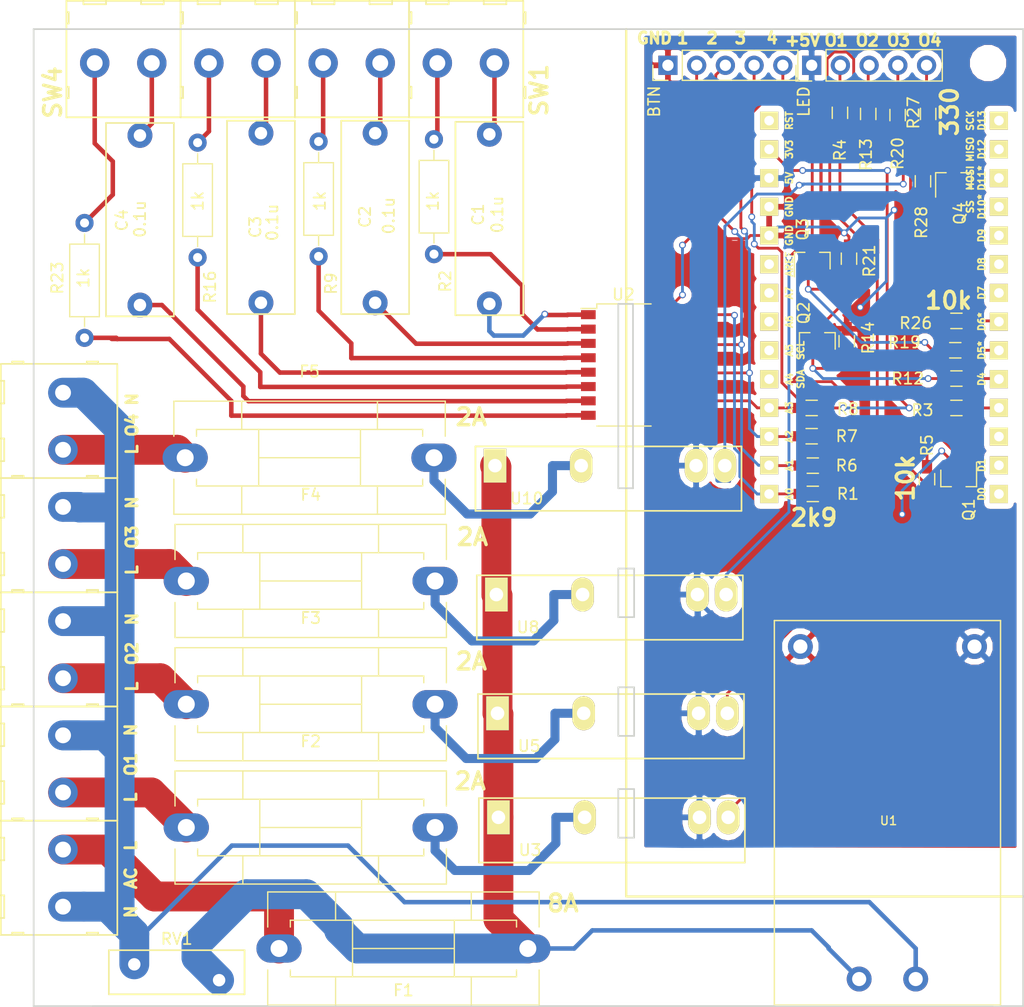
<source format=kicad_pcb>
(kicad_pcb (version 4) (host pcbnew 4.0.7)
  (layers (0 F.Cu signal) (31 B.Cu signal) (34 B.Paste user) (35 F.Paste user) (36 B.SilkS user) (37 F.SilkS user) (38 B.Mask user) (39 F.Mask user) (44 Edge.Cuts user))
  (net 0 "")
  (net 1 +3V3)
  (net 2 /SW1)
  (net 3 "Net-(C1-Pad1)")
  (net 4 "Net-(C1-Pad2)")
  (net 5 /LINE)
  (net 6 "Net-(Q1-Pad1)")
  (net 7 "Net-(Q1-Pad3)")
  (net 8 "Net-(R2-Pad1)")
  (net 9 "Net-(J3-Pad1)")
  (net 10 GND)
  (net 11 /NEUTRAL)
  (net 12 +5V)
  (net 13 "Net-(U6-Pad1)")
  (net 14 "Net-(U6-Pad2)")
  (net 15 "Net-(U6-Pad3)")
  (net 16 "Net-(U6-Pad8)")
  (net 17 "Net-(U6-Pad9)")
  (net 18 "Net-(U6-Pad10)")
  (net 19 "Net-(U6-Pad11)")
  (net 20 "Net-(U6-Pad12)")
  (net 21 "Net-(U6-Pad13)")
  (net 22 "Net-(U6-Pad14)")
  (net 23 /SW2)
  (net 24 /SW3)
  (net 25 /SW4)
  (net 26 "Net-(U6-Pad19)")
  (net 27 "Net-(U6-Pad20)")
  (net 28 "Net-(U6-Pad21)")
  (net 29 "Net-(U6-Pad22)")
  (net 30 "Net-(U6-Pad23)")
  (net 31 "Net-(U6-Pad28)")
  (net 32 "Net-(C2-Pad1)")
  (net 33 "Net-(C2-Pad2)")
  (net 34 "Net-(J4-Pad1)")
  (net 35 /LED1)
  (net 36 /LED2)
  (net 37 /LED3)
  (net 38 /LED4)
  (net 39 "Net-(Q2-Pad1)")
  (net 40 "Net-(Q2-Pad3)")
  (net 41 /OUT1)
  (net 42 "Net-(R9-Pad1)")
  (net 43 /OUT2)
  (net 44 "Net-(F2-Pad2)")
  (net 45 "Net-(F2-Pad1)")
  (net 46 "Net-(F3-Pad2)")
  (net 47 "Net-(F3-Pad1)")
  (net 48 "Net-(C3-Pad1)")
  (net 49 "Net-(C3-Pad2)")
  (net 50 "Net-(F4-Pad2)")
  (net 51 "Net-(F4-Pad1)")
  (net 52 "Net-(J7-Pad1)")
  (net 53 "Net-(Q3-Pad1)")
  (net 54 "Net-(Q3-Pad3)")
  (net 55 "Net-(R16-Pad1)")
  (net 56 /OUT3)
  (net 57 /OUT4)
  (net 58 "Net-(C4-Pad1)")
  (net 59 "Net-(C4-Pad2)")
  (net 60 "Net-(F5-Pad2)")
  (net 61 "Net-(F5-Pad1)")
  (net 62 "Net-(J9-Pad1)")
  (net 63 "Net-(Q4-Pad1)")
  (net 64 "Net-(Q4-Pad3)")
  (net 65 "Net-(R23-Pad1)")
  (net 66 "Net-(F1-Pad2)")
  (module Mounting_Holes:MountingHole_2.2mm_M2 (layer F.Cu) (at 137.1 35.5)
    (fp_text reference REF** hide)
    (fp_text value MountingHole_2.2mm_M2 hide)
    (pad 1 np_thru_hole circle (at 0 0) (size 2.2 2.2) (drill 2.2) (layers *.Cu *.Mask))
  )
  (module mylib:CONN_AC_SW2 (layer F.Cu) (at 90.6 107.4 90)
    (fp_text reference J1 hide)
    (fp_text value CONN_AC)
    (pad 1 thru_hole circle (at -2.6 0 90) (size 2.6 2.6) (drill 1.4) (layers *.Cu *.Mask) (net 11 /NEUTRAL))
    (pad 2 thru_hole circle (at 2.45 0 90) (size 2.6 2.6) (drill 1.4) (layers *.Cu *.Mask) (net 66 "Net-(F1-Pad2)"))
  )
  (module mylib:G3MB-202P-5V (layer F.Cu) (at 128.92 82.4)
    (fp_text reference U8 (at 2.8 2.9) (layer F.SilkS))
    (fp_text value G3MB-202P-5V)
    (pad 1 thru_hole rect (at 0 0) (size 2 3) (drill 1.2) (layers *.Cu *.Mask F.SilkS) (net 5 /LINE))
    (pad 2 thru_hole oval (at 7.62 0) (size 2 3) (drill 1.2) (layers *.Cu *.Mask F.SilkS) (net 50 "Net-(F4-Pad2)"))
    (pad 3 thru_hole oval (at 17.78 0) (size 2 3) (drill 1.2) (layers *.Cu *.Mask F.SilkS) (net 12 +5V))
    (pad 4 thru_hole oval (at 20.32 0) (size 2 3) (drill 1.2) (layers *.Cu *.Mask F.SilkS) (net 54 "Net-(Q3-Pad3)"))
  )
  (module Pin_Headers:Pin_Header_Straight_1x05_Pitch2.54mm (layer F.Cu) (at 156.8 35.6 90)
    (fp_text reference LED (at -3.2 -0.7 90) (layer F.SilkS))
    (fp_text value CONN_LEDS)
    (pad 1 thru_hole rect (at 0 0 90) (size 1.7 1.7) (drill 1) (layers *.Cu *.Mask) (net 12 +5V))
    (pad 2 thru_hole oval (at 0 2.54 90) (size 1.7 1.7) (drill 1) (layers *.Cu *.Mask) (net 35 /LED1))
    (pad 3 thru_hole oval (at 0 5.08 90) (size 1.7 1.7) (drill 1) (layers *.Cu *.Mask) (net 36 /LED2))
    (pad 4 thru_hole oval (at 0 7.62 90) (size 1.7 1.7) (drill 1) (layers *.Cu *.Mask) (net 37 /LED3))
    (pad 5 thru_hole oval (at 0 10.16 90) (size 1.7 1.7) (drill 1) (layers *.Cu *.Mask) (net 38 /LED4))
  )
  (module Housings_SSOP:SOP-16_4.4x10.4mm_Pitch1.27mm (layer F.Cu) (at 140.2 62.1)
    (fp_text reference U2 (at -0.05 -6.23) (layer F.SilkS))
    (fp_text value SFH6916)
    (pad 1 smd rect (at -3.15 -4.45) (size 1.3 0.8) (layers F.Cu F.Paste F.Mask) (net 3 "Net-(C1-Pad1)"))
    (pad 2 smd rect (at -3.15 -3.17) (size 1.3 0.8) (layers F.Cu F.Paste F.Mask) (net 8 "Net-(R2-Pad1)"))
    (pad 3 smd rect (at -3.15 -1.91) (size 1.3 0.8) (layers F.Cu F.Paste F.Mask) (net 32 "Net-(C2-Pad1)"))
    (pad 4 smd rect (at -3.15 -0.64) (size 1.3 0.8) (layers F.Cu F.Paste F.Mask) (net 42 "Net-(R9-Pad1)"))
    (pad 5 smd rect (at -3.15 0.64) (size 1.3 0.8) (layers F.Cu F.Paste F.Mask) (net 48 "Net-(C3-Pad1)"))
    (pad 6 smd rect (at -3.15 1.91) (size 1.3 0.8) (layers F.Cu F.Paste F.Mask) (net 55 "Net-(R16-Pad1)"))
    (pad 7 smd rect (at -3.15 3.17) (size 1.3 0.8) (layers F.Cu F.Paste F.Mask) (net 58 "Net-(C4-Pad1)"))
    (pad 8 smd rect (at -3.15 4.45) (size 1.3 0.8) (layers F.Cu F.Paste F.Mask) (net 65 "Net-(R23-Pad1)"))
    (pad 9 smd rect (at 3.15 4.45) (size 1.3 0.8) (layers F.Cu F.Paste F.Mask) (net 10 GND))
    (pad 10 smd rect (at 3.15 3.17) (size 1.3 0.8) (layers F.Cu F.Paste F.Mask) (net 25 /SW4))
    (pad 11 smd rect (at 3.15 1.91) (size 1.3 0.8) (layers F.Cu F.Paste F.Mask) (net 10 GND))
    (pad 12 smd rect (at 3.15 0.64) (size 1.3 0.8) (layers F.Cu F.Paste F.Mask) (net 24 /SW3))
    (pad 13 smd rect (at 3.15 -0.64) (size 1.3 0.8) (layers F.Cu F.Paste F.Mask) (net 10 GND))
    (pad 14 smd rect (at 3.15 -1.91) (size 1.3 0.8) (layers F.Cu F.Paste F.Mask) (net 23 /SW2))
    (pad 15 smd rect (at 3.15 -3.17) (size 1.3 0.8) (layers F.Cu F.Paste F.Mask) (net 10 GND))
    (pad 16 smd rect (at 3.15 -4.45) (size 1.3 0.8) (layers F.Cu F.Paste F.Mask) (net 2 /SW1))
  )
  (module mylib:HLK-PM01 (layer F.Cu) (at 163.5 101.7 90)
    (fp_text reference U1 (at -0.7 0.1 180) (layer F.SilkS) (effects (font (size 0.762 0.762) (thickness 0.127))))
    (fp_text value HLK-PM01)
    (pad 1 thru_hole circle (at -14.7 -2.5 90) (size 2.2 2.2) (drill 1.25) (layers *.Cu *.Mask) (net 5 /LINE))
    (pad 2 thru_hole circle (at -14.7 2.5 90) (size 2.2 2.2) (drill 1.25) (layers *.Cu *.Mask) (net 11 /NEUTRAL))
    (pad 3 thru_hole circle (at 14.7 -7.7 90) (size 2.2 2.2) (drill 1.25) (layers *.Cu *.Mask) (net 10 GND))
    (pad 4 thru_hole circle (at 14.7 7.7 90) (size 2.2 2.2) (drill 1.25) (layers *.Cu *.Mask) (net 12 +5V))
  )
  (module Mounting_Holes:MountingHole_2.2mm_M2 (layer F.Cu) (at 150 115.5)
    (fp_text reference REF** hide)
    (fp_text value MountingHole_2.2mm_M2 hide)
    (pad 1 np_thru_hole circle (at 0 0) (size 2.2 2.2) (drill 2.2) (layers *.Cu *.Mask))
  )
  (module Mounting_Holes:MountingHole_2.2mm_M2 (layer F.Cu) (at 172.4 35.4)
    (fp_text reference REF** hide)
    (fp_text value MountingHole_2.2mm_M2 hide)
    (pad 1 np_thru_hole circle (at 0 0) (size 2.2 2.2) (drill 2.2) (layers *.Cu *.Mask))
  )
  (module Mounting_Holes:MountingHole_2.2mm_M2 (layer F.Cu) (at 90.8 44.4)
    (fp_text reference REF** hide)
    (fp_text value MountingHole_2.2mm_M2 hide)
    (pad 1 np_thru_hole circle (at 0 0) (size 2.2 2.2) (drill 2.2) (layers *.Cu *.Mask))
  )
  (module mylib:C_Rect_L16.5mm_W6mm_P15.00mm_MKT (layer F.Cu) (at 128.3 56.7 90)
    (fp_text reference C1 (at 7.9 -1 90) (layer F.SilkS))
    (fp_text value 0.1u (at 7.9 0.7 90) (layer F.SilkS))
    (pad 1 thru_hole circle (at 0 0 90) (size 2.2 2.2) (drill 1.1) (layers *.Cu *.Mask) (net 3 "Net-(C1-Pad1)"))
    (pad 2 thru_hole circle (at 15 0 90) (size 2.2 2.2) (drill 1.1) (layers *.Cu *.Mask) (net 4 "Net-(C1-Pad2)"))
  )
  (module mylib:C_Rect_L16.5mm_W6mm_P15.00mm_MKT (layer F.Cu) (at 108.1 56.6 90)
    (fp_text reference C3 (at 6.7 -0.5 90) (layer F.SilkS))
    (fp_text value 0.1u (at 7.1 1 90) (layer F.SilkS))
    (pad 1 thru_hole circle (at 0 0 90) (size 2.2 2.2) (drill 1.1) (layers *.Cu *.Mask) (net 48 "Net-(C3-Pad1)"))
    (pad 2 thru_hole circle (at 15 0 90) (size 2.2 2.2) (drill 1.1) (layers *.Cu *.Mask) (net 49 "Net-(C3-Pad2)"))
  )
  (module mylib:C_Rect_L16.5mm_W6mm_P15.00mm_MKT (layer F.Cu) (at 97.4 56.8 90)
    (fp_text reference C4 (at 7.5 -1.6 90) (layer F.SilkS))
    (fp_text value 0.1u (at 7.6 0 90) (layer F.SilkS))
    (pad 1 thru_hole circle (at 0 0 90) (size 2.2 2.2) (drill 1.1) (layers *.Cu *.Mask) (net 58 "Net-(C4-Pad1)"))
    (pad 2 thru_hole circle (at 15 0 90) (size 2.2 2.2) (drill 1.1) (layers *.Cu *.Mask) (net 59 "Net-(C4-Pad2)"))
  )
  (module mylib:C_Rect_L16.5mm_W6mm_P15.00mm_MKT (layer F.Cu) (at 118.2 56.6 90)
    (fp_text reference C2 (at 7.6 -0.9 90) (layer F.SilkS))
    (fp_text value 0.1u (at 7.7 1.2 90) (layer F.SilkS))
    (pad 1 thru_hole circle (at 0 0 90) (size 2.2 2.2) (drill 1.1) (layers *.Cu *.Mask) (net 32 "Net-(C2-Pad1)"))
    (pad 2 thru_hole circle (at 15 0 90) (size 2.2 2.2) (drill 1.1) (layers *.Cu *.Mask) (net 33 "Net-(C2-Pad2)"))
  )
  (module Fuse_Holders_and_Fuses:Fuseholder5x20_horiz_SemiClosed_Casing10x25mm (layer F.Cu) (at 101.5 103)
    (fp_text reference F2 (at 11 -7.62) (layer F.SilkS))
    (fp_text value "Fuse 2A")
    (pad 2 thru_hole oval (at 22 0 270) (size 2.5 4) (drill 1.5) (layers *.Cu *.Mask) (net 44 "Net-(F2-Pad2)"))
    (pad 1 thru_hole oval (at 0 0 270) (size 2.5 4) (drill 1.5) (layers *.Cu *.Mask) (net 45 "Net-(F2-Pad1)"))
  )
  (module Resistors_SMD:R_0603_HandSoldering (layer F.Cu) (at 166.642142 45.8561 270)
    (fp_text reference R28 (at 3.6439 0.142142 270) (layer F.SilkS))
    (fp_text value 10k)
    (pad 1 smd rect (at -1.1 0 270) (size 1.2 0.9) (layers F.Cu F.Paste F.Mask) (net 63 "Net-(Q4-Pad1)"))
    (pad 2 smd rect (at 1.1 0 270) (size 1.2 0.9) (layers F.Cu F.Paste F.Mask) (net 10 GND))
  )
  (module Resistors_SMD:R_0603_HandSoldering (layer F.Cu) (at 167.1 39.9 90)
    (fp_text reference R27 (at 0.1 -1.3 90) (layer F.SilkS))
    (fp_text value 330)
    (pad 1 smd rect (at -1.1 0 90) (size 1.2 0.9) (layers F.Cu F.Paste F.Mask) (net 64 "Net-(Q4-Pad3)"))
    (pad 2 smd rect (at 1.1 0 90) (size 1.2 0.9) (layers F.Cu F.Paste F.Mask) (net 38 /LED4))
  )
  (module Resistors_SMD:R_0603_HandSoldering (layer F.Cu) (at 169.6 58.2)
    (fp_text reference R26 (at -3.6 0.2) (layer F.SilkS))
    (fp_text value 10k)
    (pad 1 smd rect (at -1.1 0) (size 1.2 0.9) (layers F.Cu F.Paste F.Mask) (net 63 "Net-(Q4-Pad1)"))
    (pad 2 smd rect (at 1.1 0) (size 1.2 0.9) (layers F.Cu F.Paste F.Mask) (net 57 /OUT4))
  )
  (module Resistors_SMD:R_0603_HandSoldering (layer F.Cu) (at 160.1 52.7 90)
    (fp_text reference R21 (at -0.2 1.8 90) (layer F.SilkS))
    (fp_text value 10k)
    (pad 1 smd rect (at -1.1 0 90) (size 1.2 0.9) (layers F.Cu F.Paste F.Mask) (net 53 "Net-(Q3-Pad1)"))
    (pad 2 smd rect (at 1.1 0 90) (size 1.2 0.9) (layers F.Cu F.Paste F.Mask) (net 10 GND))
  )
  (module Resistors_SMD:R_0603_HandSoldering (layer F.Cu) (at 164.4 40 90)
    (fp_text reference R20 (at -3.4 0 90) (layer F.SilkS))
    (fp_text value 330)
    (pad 1 smd rect (at -1.1 0 90) (size 1.2 0.9) (layers F.Cu F.Paste F.Mask) (net 54 "Net-(Q3-Pad3)"))
    (pad 2 smd rect (at 1.1 0 90) (size 1.2 0.9) (layers F.Cu F.Paste F.Mask) (net 37 /LED3))
  )
  (module Resistors_SMD:R_0603_HandSoldering (layer F.Cu) (at 169.5 60.8)
    (fp_text reference R19 (at -4.5 -0.7) (layer F.SilkS))
    (fp_text value 10k)
    (pad 1 smd rect (at -1.1 0) (size 1.2 0.9) (layers F.Cu F.Paste F.Mask) (net 53 "Net-(Q3-Pad1)"))
    (pad 2 smd rect (at 1.1 0) (size 1.2 0.9) (layers F.Cu F.Paste F.Mask) (net 56 /OUT3))
  )
  (module Resistors_SMD:R_0603_HandSoldering (layer F.Cu) (at 159.9 60 90)
    (fp_text reference R14 (at 0.3 1.9 90) (layer F.SilkS))
    (fp_text value 10k)
    (pad 1 smd rect (at -1.1 0 90) (size 1.2 0.9) (layers F.Cu F.Paste F.Mask) (net 39 "Net-(Q2-Pad1)"))
    (pad 2 smd rect (at 1.1 0 90) (size 1.2 0.9) (layers F.Cu F.Paste F.Mask) (net 10 GND))
  )
  (module Resistors_SMD:R_0603_HandSoldering (layer F.Cu) (at 161.8 39.9 90)
    (fp_text reference R13 (at -3.6 -0.2 90) (layer F.SilkS))
    (fp_text value 330)
    (pad 1 smd rect (at -1.1 0 90) (size 1.2 0.9) (layers F.Cu F.Paste F.Mask) (net 40 "Net-(Q2-Pad3)"))
    (pad 2 smd rect (at 1.1 0 90) (size 1.2 0.9) (layers F.Cu F.Paste F.Mask) (net 36 /LED2))
  )
  (module Resistors_SMD:R_0603_HandSoldering (layer F.Cu) (at 169.6 63.3)
    (fp_text reference R12 (at -4.3 0) (layer F.SilkS))
    (fp_text value 10k)
    (pad 1 smd rect (at -1.1 0) (size 1.2 0.9) (layers F.Cu F.Paste F.Mask) (net 39 "Net-(Q2-Pad1)"))
    (pad 2 smd rect (at 1.1 0) (size 1.2 0.9) (layers F.Cu F.Paste F.Mask) (net 43 /OUT2))
  )
  (module Resistors_SMD:R_0603_HandSoldering (layer F.Cu) (at 156.8 65.9 180)
    (fp_text reference R8 (at -3.2 -0.1 180) (layer F.SilkS))
    (fp_text value 2.9k)
    (pad 1 smd rect (at -1.1 0 180) (size 1.2 0.9) (layers F.Cu F.Paste F.Mask) (net 1 +3V3))
    (pad 2 smd rect (at 1.1 0 180) (size 1.2 0.9) (layers F.Cu F.Paste F.Mask) (net 25 /SW4))
  )
  (module Resistors_SMD:R_0603_HandSoldering (layer F.Cu) (at 167 72.2 270)
    (fp_text reference R5 (at -3 0 270) (layer F.SilkS))
    (fp_text value 10k)
    (pad 1 smd rect (at -1.1 0 270) (size 1.2 0.9) (layers F.Cu F.Paste F.Mask) (net 6 "Net-(Q1-Pad1)"))
    (pad 2 smd rect (at 1.1 0 270) (size 1.2 0.9) (layers F.Cu F.Paste F.Mask) (net 10 GND))
  )
  (module Resistors_SMD:R_0603_HandSoldering (layer F.Cu) (at 159.3 39.8 90)
    (fp_text reference R4 (at -3.3 0 90) (layer F.SilkS))
    (fp_text value 330)
    (pad 1 smd rect (at -1.1 0 90) (size 1.2 0.9) (layers F.Cu F.Paste F.Mask) (net 7 "Net-(Q1-Pad3)"))
    (pad 2 smd rect (at 1.1 0 90) (size 1.2 0.9) (layers F.Cu F.Paste F.Mask) (net 35 /LED1))
  )
  (module Resistors_SMD:R_0603_HandSoldering (layer F.Cu) (at 169.6 65.9)
    (fp_text reference R3 (at -3 0.2) (layer F.SilkS))
    (fp_text value 10k)
    (pad 1 smd rect (at -1.1 0) (size 1.2 0.9) (layers F.Cu F.Paste F.Mask) (net 6 "Net-(Q1-Pad1)"))
    (pad 2 smd rect (at 1.1 0) (size 1.2 0.9) (layers F.Cu F.Paste F.Mask) (net 41 /OUT1))
  )
  (module Fuse_Holders_and_Fuses:Fuseholder5x20_horiz_SemiClosed_Casing10x25mm (layer F.Cu) (at 131.7 113.7 180)
    (fp_text reference F1 (at 11 -3.7 180) (layer F.SilkS))
    (fp_text value "Fuse 8A")
    (pad 2 thru_hole oval (at 22 0 90) (size 2.5 4) (drill 1.5) (layers *.Cu *.Mask) (net 66 "Net-(F1-Pad2)"))
    (pad 1 thru_hole oval (at 0 0 90) (size 2.5 4) (drill 1.5) (layers *.Cu *.Mask) (net 5 /LINE))
  )
  (module TO_SOT_Packages_SMD:SOT-23 (layer F.Cu) (at 169.8 72.1 270)
    (fp_text reference Q1 (at 2.8 -0.9 270) (layer F.SilkS))
    (fp_text value Q_NPN_BEC hide)
    (pad 1 smd rect (at -1 -0.95 270) (size 0.9 0.8) (layers F.Cu F.Paste F.Mask) (net 6 "Net-(Q1-Pad1)"))
    (pad 2 smd rect (at -1 0.95 270) (size 0.9 0.8) (layers F.Cu F.Paste F.Mask) (net 10 GND))
    (pad 3 smd rect (at 1 0 270) (size 0.9 0.8) (layers F.Cu F.Paste F.Mask) (net 7 "Net-(Q1-Pad3)"))
  )
  (module mylib:TINY328_CONN (layer F.Cu) (at 163.2 57 90)
    (fp_text reference U6 hide)
    (fp_text value TINY328 hide)
    (fp_text user SCL (at -3.81 -7.366 90) (layer F.SilkS) (effects (font (size 0.6 0.6))))
    (fp_text user SDA (at -6.35 -7.366 90) (layer F.SilkS) (effects (font (size 0.6 0.6))))
    (fp_text user SCK (at 16.51 7.62 90) (layer F.SilkS) (effects (font (size 0.6 0.6))))
    (fp_text user MISO (at 13.97 7.62 90) (layer F.SilkS) (effects (font (size 0.6 0.6))))
    (fp_text user MOSI (at 11.43 7.62 90) (layer F.SilkS) (effects (font (size 0.6 0.6))))
    (fp_text user SS (at 8.89 7.62 90) (layer F.SilkS) (effects (font (size 0.6 0.6))))
    (fp_text user RST (at 16.51 -8.382 90) (layer F.SilkS) (effects (font (size 0.6 0.6))))
    (fp_text user 3V3 (at 13.97 -8.382 90) (layer F.SilkS) (effects (font (size 0.6 0.6))))
    (fp_text user 5V (at 11.43 -8.382 90) (layer F.SilkS) (effects (font (size 0.6 0.6))))
    (fp_text user GND (at 8.89 -8.382 90) (layer F.SilkS) (effects (font (size 0.6 0.6))))
    (fp_text user GND (at 6.35 -8.382 90) (layer F.SilkS) (effects (font (size 0.6 0.6))))
    (fp_text user AREF (at 3.81 -8.382 90) (layer F.SilkS) (effects (font (size 0.6 0.6))))
    (fp_text user A7 (at 1.27 -8.382 90) (layer F.SilkS) (effects (font (size 0.6 0.6))))
    (fp_text user A6 (at -1.27 -8.382 90) (layer F.SilkS) (effects (font (size 0.6 0.6))))
    (fp_text user A5 (at -3.81 -8.382 90) (layer F.SilkS) (effects (font (size 0.6 0.6))))
    (fp_text user A4 (at -6.35 -8.382 90) (layer F.SilkS) (effects (font (size 0.6 0.6))))
    (fp_text user A3 (at -8.89 -8.382 90) (layer F.SilkS) (effects (font (size 0.6 0.6))))
    (fp_text user A2 (at -11.43 -8.382 90) (layer F.SilkS) (effects (font (size 0.6 0.6))))
    (fp_text user A1 (at -13.97 -8.382 90) (layer F.SilkS) (effects (font (size 0.6 0.6))))
    (fp_text user A0 (at -16.51 -8.382 90) (layer F.SilkS) (effects (font (size 0.6 0.6))))
    (fp_text user D13 (at 16.51 8.636 90) (layer F.SilkS) (effects (font (size 0.6 0.6))))
    (fp_text user D12 (at 13.97 8.636 90) (layer F.SilkS) (effects (font (size 0.6 0.6))))
    (fp_text user D11* (at 11.43 8.636 90) (layer F.SilkS) (effects (font (size 0.6 0.6))))
    (fp_text user D10* (at 8.89 8.636 90) (layer F.SilkS) (effects (font (size 0.6 0.6))))
    (fp_text user D9 (at 6.35 8.636 90) (layer F.SilkS) (effects (font (size 0.6 0.6))))
    (fp_text user D8 (at 3.81 8.636 90) (layer F.SilkS) (effects (font (size 0.6 0.6))))
    (fp_text user D7 (at 1.27 8.636 90) (layer F.SilkS) (effects (font (size 0.6 0.6))))
    (fp_text user D6* (at -1.27 8.636 90) (layer F.SilkS) (effects (font (size 0.6 0.6))))
    (fp_text user D5* (at -3.81 8.636 90) (layer F.SilkS) (effects (font (size 0.6 0.6))))
    (fp_text user D4 (at -6.35 8.636 90) (layer F.SilkS) (effects (font (size 0.6 0.6))))
    (fp_text user D1 (at -13.97 8.636 90) (layer F.SilkS) (effects (font (size 0.6 0.6))))
    (fp_text user D0 (at -16.51 8.636 90) (layer F.SilkS) (effects (font (size 0.6 0.6))))
    (pad 1 thru_hole rect (at -16.51 10.16 90) (size 1.6 1.6) (drill 0.85) (layers *.Cu *.Mask F.SilkS) (net 13 "Net-(U6-Pad1)"))
    (pad 2 thru_hole rect (at -13.97 10.16 90) (size 1.6 1.6) (drill 0.85) (layers *.Cu *.Mask F.SilkS) (net 14 "Net-(U6-Pad2)"))
    (pad 3 thru_hole rect (at -11.43 10.16 90) (size 1.6 1.6) (drill 0.85) (layers *.Cu *.Mask F.SilkS) (net 15 "Net-(U6-Pad3)"))
    (pad 4 thru_hole rect (at -8.89 10.16 90) (size 1.6 1.6) (drill 0.85) (layers *.Cu *.Mask F.SilkS) (net 41 /OUT1))
    (pad 5 thru_hole rect (at -6.35 10.16 90) (size 1.6 1.6) (drill 0.85) (layers *.Cu *.Mask F.SilkS) (net 43 /OUT2))
    (pad 6 thru_hole rect (at -3.81 10.16 90) (size 1.6 1.6) (drill 0.85) (layers *.Cu *.Mask F.SilkS) (net 56 /OUT3))
    (pad 7 thru_hole rect (at -1.27 10.16 90) (size 1.6 1.6) (drill 0.85) (layers *.Cu *.Mask F.SilkS) (net 57 /OUT4))
    (pad 8 thru_hole rect (at 1.27 10.16 90) (size 1.6 1.6) (drill 0.85) (layers *.Cu *.Mask F.SilkS) (net 16 "Net-(U6-Pad8)"))
    (pad 9 thru_hole rect (at 3.81 10.16 90) (size 1.6 1.6) (drill 0.85) (layers *.Cu *.Mask F.SilkS) (net 17 "Net-(U6-Pad9)"))
    (pad 10 thru_hole rect (at 6.35 10.16 90) (size 1.6 1.6) (drill 0.85) (layers *.Cu *.Mask F.SilkS) (net 18 "Net-(U6-Pad10)"))
    (pad 11 thru_hole rect (at 8.89 10.16 90) (size 1.6 1.6) (drill 0.85) (layers *.Cu *.Mask F.SilkS) (net 19 "Net-(U6-Pad11)"))
    (pad 12 thru_hole rect (at 11.43 10.16 90) (size 1.6 1.6) (drill 0.85) (layers *.Cu *.Mask F.SilkS) (net 20 "Net-(U6-Pad12)"))
    (pad 13 thru_hole rect (at 13.97 10.16 90) (size 1.6 1.6) (drill 0.85) (layers *.Cu *.Mask F.SilkS) (net 21 "Net-(U6-Pad13)"))
    (pad 14 thru_hole rect (at 16.51 10.16 90) (size 1.6 1.6) (drill 0.85) (layers *.Cu *.Mask F.SilkS) (net 22 "Net-(U6-Pad14)"))
    (pad 15 thru_hole rect (at -16.51 -10.16 90) (size 1.6 1.6) (drill 0.85) (layers *.Cu *.Mask F.SilkS) (net 2 /SW1))
    (pad 16 thru_hole rect (at -13.97 -10.16 90) (size 1.6 1.6) (drill 0.85) (layers *.Cu *.Mask F.SilkS) (net 23 /SW2))
    (pad 17 thru_hole rect (at -11.43 -10.16 90) (size 1.6 1.6) (drill 0.85) (layers *.Cu *.Mask F.SilkS) (net 24 /SW3))
    (pad 18 thru_hole rect (at -8.89 -10.16 90) (size 1.6 1.6) (drill 0.85) (layers *.Cu *.Mask F.SilkS) (net 25 /SW4))
    (pad 19 thru_hole rect (at -6.35 -10.16 90) (size 1.6 1.6) (drill 0.85) (layers *.Cu *.Mask F.SilkS) (net 26 "Net-(U6-Pad19)"))
    (pad 20 thru_hole rect (at -3.81 -10.16 90) (size 1.6 1.6) (drill 0.85) (layers *.Cu *.Mask F.SilkS) (net 27 "Net-(U6-Pad20)"))
    (pad 21 thru_hole rect (at -1.27 -10.16 90) (size 1.6 1.6) (drill 0.85) (layers *.Cu *.Mask F.SilkS) (net 28 "Net-(U6-Pad21)"))
    (pad 22 thru_hole rect (at 1.27 -10.16 90) (size 1.6 1.6) (drill 0.85) (layers *.Cu *.Mask F.SilkS) (net 29 "Net-(U6-Pad22)"))
    (pad 23 thru_hole rect (at 3.81 -10.16 90) (size 1.6 1.6) (drill 0.85) (layers *.Cu *.Mask F.SilkS) (net 30 "Net-(U6-Pad23)"))
    (pad 24 thru_hole rect (at 6.35 -10.16 90) (size 1.6 1.6) (drill 0.85) (layers *.Cu *.Mask F.SilkS) (net 10 GND))
    (pad 25 thru_hole rect (at 8.89 -10.16 90) (size 1.6 1.6) (drill 0.85) (layers *.Cu *.Mask F.SilkS) (net 10 GND))
    (pad 26 thru_hole rect (at 11.43 -10.16 90) (size 1.6 1.6) (drill 0.85) (layers *.Cu *.Mask F.SilkS) (net 12 +5V))
    (pad 27 thru_hole rect (at 13.97 -10.16 90) (size 1.6 1.6) (drill 0.85) (layers *.Cu *.Mask F.SilkS) (net 1 +3V3))
    (pad 28 thru_hole rect (at 16.51 -10.16 90) (size 1.6 1.6) (drill 0.85) (layers *.Cu *.Mask F.SilkS) (net 31 "Net-(U6-Pad28)"))
  )
  (module TO_SOT_Packages_SMD:SOT-23 (layer F.Cu) (at 157.3 60 90)
    (fp_text reference Q2 (at 2.5 -1.2 90) (layer F.SilkS))
    (fp_text value Q_NPN_BEC)
    (pad 1 smd rect (at -1 -0.95 90) (size 0.9 0.8) (layers F.Cu F.Paste F.Mask) (net 39 "Net-(Q2-Pad1)"))
    (pad 2 smd rect (at -1 0.95 90) (size 0.9 0.8) (layers F.Cu F.Paste F.Mask) (net 10 GND))
    (pad 3 smd rect (at 1 0 90) (size 0.9 0.8) (layers F.Cu F.Paste F.Mask) (net 40 "Net-(Q2-Pad3)"))
  )
  (module Fuse_Holders_and_Fuses:Fuseholder5x20_horiz_SemiClosed_Casing10x25mm (layer F.Cu) (at 101.5 92.1)
    (fp_text reference F3 (at 11 -7.62) (layer F.SilkS))
    (fp_text value "Fuse 2A")
    (pad 2 thru_hole oval (at 22 0 270) (size 2.5 4) (drill 1.5) (layers *.Cu *.Mask) (net 46 "Net-(F3-Pad2)"))
    (pad 1 thru_hole oval (at 0 0 270) (size 2.5 4) (drill 1.5) (layers *.Cu *.Mask) (net 47 "Net-(F3-Pad1)"))
  )
  (module Fuse_Holders_and_Fuses:Fuseholder5x20_horiz_SemiClosed_Casing10x25mm (layer F.Cu) (at 101.5 81.2)
    (fp_text reference F4 (at 11 -7.62) (layer F.SilkS))
    (fp_text value "Fuse 2A")
    (pad 2 thru_hole oval (at 22 0 270) (size 2.5 4) (drill 1.5) (layers *.Cu *.Mask) (net 50 "Net-(F4-Pad2)"))
    (pad 1 thru_hole oval (at 0 0 270) (size 2.5 4) (drill 1.5) (layers *.Cu *.Mask) (net 51 "Net-(F4-Pad1)"))
  )
  (module TO_SOT_Packages_SMD:SOT-23 (layer F.Cu) (at 156.85 52.9 90)
    (fp_text reference Q3 (at 2.8 -0.85 90) (layer F.SilkS))
    (fp_text value Q_NPN_BEC)
    (pad 1 smd rect (at -1 -0.95 90) (size 0.9 0.8) (layers F.Cu F.Paste F.Mask) (net 53 "Net-(Q3-Pad1)"))
    (pad 2 smd rect (at -1 0.95 90) (size 0.9 0.8) (layers F.Cu F.Paste F.Mask) (net 10 GND))
    (pad 3 smd rect (at 1 0 90) (size 0.9 0.8) (layers F.Cu F.Paste F.Mask) (net 54 "Net-(Q3-Pad3)"))
  )
  (module Fuse_Holders_and_Fuses:Fuseholder5x20_horiz_SemiClosed_Casing10x25mm (layer F.Cu) (at 101.4 70.3)
    (fp_text reference F5 (at 11 -7.62) (layer F.SilkS))
    (fp_text value "Fuse 2A")
    (pad 2 thru_hole oval (at 22 0 270) (size 2.5 4) (drill 1.5) (layers *.Cu *.Mask) (net 60 "Net-(F5-Pad2)"))
    (pad 1 thru_hole oval (at 0 0 270) (size 2.5 4) (drill 1.5) (layers *.Cu *.Mask) (net 61 "Net-(F5-Pad1)"))
  )
  (module TO_SOT_Packages_SMD:SOT-23 (layer F.Cu) (at 169.342142 45.8561 90)
    (fp_text reference Q4 (at -2.8439 0.557858 90) (layer F.SilkS))
    (fp_text value Q_NPN_BEC)
    (pad 1 smd rect (at -1 -0.95 90) (size 0.9 0.8) (layers F.Cu F.Paste F.Mask) (net 63 "Net-(Q4-Pad1)"))
    (pad 2 smd rect (at -1 0.95 90) (size 0.9 0.8) (layers F.Cu F.Paste F.Mask) (net 10 GND))
    (pad 3 smd rect (at 1 0 90) (size 0.9 0.8) (layers F.Cu F.Paste F.Mask) (net 64 "Net-(Q4-Pad3)"))
  )
  (module Resistors_SMD:R_0603_HandSoldering (layer F.Cu) (at 156.9 71 180)
    (fp_text reference R6 (at -3 0 180) (layer F.SilkS))
    (fp_text value 2.9k)
    (pad 1 smd rect (at -1.1 0 180) (size 1.2 0.9) (layers F.Cu F.Paste F.Mask) (net 1 +3V3))
    (pad 2 smd rect (at 1.1 0 180) (size 1.2 0.9) (layers F.Cu F.Paste F.Mask) (net 23 /SW2))
  )
  (module Resistors_SMD:R_0603_HandSoldering (layer F.Cu) (at 156.8 68.4 180)
    (fp_text reference R7 (at -3.1 0 180) (layer F.SilkS))
    (fp_text value 2.9k)
    (pad 1 smd rect (at -1.1 0 180) (size 1.2 0.9) (layers F.Cu F.Paste F.Mask) (net 1 +3V3))
    (pad 2 smd rect (at 1.1 0 180) (size 1.2 0.9) (layers F.Cu F.Paste F.Mask) (net 24 /SW3))
  )
  (module Resistors_SMD:R_0603_HandSoldering (layer F.Cu) (at 156.9 73.5 180)
    (fp_text reference R1 (at -3.1 0 180) (layer F.SilkS))
    (fp_text value 2.9k)
    (pad 1 smd rect (at -1.1 0 180) (size 1.2 0.9) (layers F.Cu F.Paste F.Mask) (net 1 +3V3))
    (pad 2 smd rect (at 1.1 0 180) (size 1.2 0.9) (layers F.Cu F.Paste F.Mask) (net 2 /SW1))
  )
  (module Mounting_Holes:MountingHole_2.2mm_M2 (layer F.Cu) (at 91.2 115.7)
    (fp_text reference REF** hide)
    (fp_text value MountingHole_2.2mm_M2 hide)
    (pad 1 np_thru_hole circle (at 0 0) (size 2.2 2.2) (drill 2.2) (layers *.Cu *.Mask))
  )
  (module Mounting_Holes:MountingHole_2.2mm_M2 (layer F.Cu) (at 98.7 62.7)
    (fp_text reference REF** hide)
    (fp_text value MountingHole_2.2mm_M2 hide)
    (pad 1 np_thru_hole circle (at 0 0) (size 2.2 2.2) (drill 2.2) (layers *.Cu *.Mask))
  )
  (module Resistors_THT:R_Axial_DIN0207_L6.3mm_D2.5mm_P10.16mm_Horizontal (layer F.Cu) (at 92.5 59.7 90)
    (fp_text reference R23 (at 5.3 -2.4 90) (layer F.SilkS))
    (fp_text value 1k (at 5.3 -0.1 90) (layer F.SilkS))
    (pad 1 thru_hole circle (at 0 0 90) (size 1.6 1.6) (drill 0.8) (layers *.Cu *.Mask) (net 65 "Net-(R23-Pad1)"))
    (pad 2 thru_hole oval (at 10.16 0 90) (size 1.6 1.6) (drill 0.8) (layers *.Cu *.Mask) (net 62 "Net-(J9-Pad1)"))
  )
  (module Resistors_THT:R_Axial_DIN0207_L6.3mm_D2.5mm_P10.16mm_Horizontal (layer F.Cu) (at 102.5 52.6 90)
    (fp_text reference R16 (at -2.6 1.1 90) (layer F.SilkS))
    (fp_text value 1k (at 5 0 90) (layer F.SilkS))
    (pad 1 thru_hole circle (at 0 0 90) (size 1.6 1.6) (drill 0.8) (layers *.Cu *.Mask) (net 55 "Net-(R16-Pad1)"))
    (pad 2 thru_hole oval (at 10.16 0 90) (size 1.6 1.6) (drill 0.8) (layers *.Cu *.Mask) (net 52 "Net-(J7-Pad1)"))
  )
  (module Resistors_THT:R_Axial_DIN0207_L6.3mm_D2.5mm_P10.16mm_Horizontal (layer F.Cu) (at 113.2 52.5 90)
    (fp_text reference R9 (at -2.4 1.1 90) (layer F.SilkS))
    (fp_text value 1k (at 4.9 0.1 90) (layer F.SilkS))
    (pad 1 thru_hole circle (at 0 0 90) (size 1.6 1.6) (drill 0.8) (layers *.Cu *.Mask) (net 42 "Net-(R9-Pad1)"))
    (pad 2 thru_hole oval (at 10.16 0 90) (size 1.6 1.6) (drill 0.8) (layers *.Cu *.Mask) (net 34 "Net-(J4-Pad1)"))
  )
  (module Resistors_THT:R_Axial_DIN0207_L6.3mm_D2.5mm_P10.16mm_Horizontal (layer F.Cu) (at 123.4 52.3 90)
    (fp_text reference R2 (at -2.4 1 90) (layer F.SilkS))
    (fp_text value 1k (at 4.7 -0.1 90) (layer F.SilkS))
    (pad 1 thru_hole circle (at 0 0 90) (size 1.6 1.6) (drill 0.8) (layers *.Cu *.Mask) (net 8 "Net-(R2-Pad1)"))
    (pad 2 thru_hole oval (at 10.16 0 90) (size 1.6 1.6) (drill 0.8) (layers *.Cu *.Mask) (net 9 "Net-(J3-Pad1)"))
  )
  (module mylib:G3MB-202P-5V (layer F.Cu) (at 128.8 71)
    (fp_text reference U10 (at 2.8 2.9) (layer F.SilkS))
    (fp_text value G3MB-202P-5V)
    (pad 1 thru_hole rect (at 0 0) (size 2 3) (drill 1.2) (layers *.Cu *.Mask F.SilkS) (net 5 /LINE))
    (pad 2 thru_hole oval (at 7.62 0) (size 2 3) (drill 1.2) (layers *.Cu *.Mask F.SilkS) (net 60 "Net-(F5-Pad2)"))
    (pad 3 thru_hole oval (at 17.78 0) (size 2 3) (drill 1.2) (layers *.Cu *.Mask F.SilkS) (net 12 +5V))
    (pad 4 thru_hole oval (at 20.32 0) (size 2 3) (drill 1.2) (layers *.Cu *.Mask F.SilkS) (net 64 "Net-(Q4-Pad3)"))
  )
  (module mylib:G3MB-202P-5V (layer F.Cu) (at 129.02 92.9)
    (fp_text reference U5 (at 2.8 2.9) (layer F.SilkS))
    (fp_text value G3MB-202P-5V)
    (pad 1 thru_hole rect (at 0 0) (size 2 3) (drill 1.2) (layers *.Cu *.Mask F.SilkS) (net 5 /LINE))
    (pad 2 thru_hole oval (at 7.62 0) (size 2 3) (drill 1.2) (layers *.Cu *.Mask F.SilkS) (net 46 "Net-(F3-Pad2)"))
    (pad 3 thru_hole oval (at 17.78 0) (size 2 3) (drill 1.2) (layers *.Cu *.Mask F.SilkS) (net 12 +5V))
    (pad 4 thru_hole oval (at 20.32 0) (size 2 3) (drill 1.2) (layers *.Cu *.Mask F.SilkS) (net 40 "Net-(Q2-Pad3)"))
  )
  (module mylib:G3MB-202P-5V (layer F.Cu) (at 129.1 102.1)
    (fp_text reference U3 (at 2.8 2.9) (layer F.SilkS))
    (fp_text value G3MB-202P-5V)
    (pad 1 thru_hole rect (at 0 0) (size 2 3) (drill 1.2) (layers *.Cu *.Mask F.SilkS) (net 5 /LINE))
    (pad 2 thru_hole oval (at 7.62 0) (size 2 3) (drill 1.2) (layers *.Cu *.Mask F.SilkS) (net 44 "Net-(F2-Pad2)"))
    (pad 3 thru_hole oval (at 17.78 0) (size 2 3) (drill 1.2) (layers *.Cu *.Mask F.SilkS) (net 12 +5V))
    (pad 4 thru_hole oval (at 20.32 0) (size 2 3) (drill 1.2) (layers *.Cu *.Mask F.SilkS) (net 7 "Net-(Q1-Pad3)"))
  )
  (module mylib:CONN_AC_SW2 (layer F.Cu) (at 90.6 97.3 90)
    (fp_text reference J2 hide)
    (fp_text value CONN_O1)
    (pad 1 thru_hole circle (at -2.6 0 90) (size 2.6 2.6) (drill 1.4) (layers *.Cu *.Mask) (net 45 "Net-(F2-Pad1)"))
    (pad 2 thru_hole circle (at 2.45 0 90) (size 2.6 2.6) (drill 1.4) (layers *.Cu *.Mask) (net 11 /NEUTRAL))
  )
  (module mylib:CONN_AC_SW2 (layer F.Cu) (at 90.6 87.2 90)
    (fp_text reference J6 hide)
    (fp_text value CONN_O2)
    (pad 1 thru_hole circle (at -2.6 0 90) (size 2.6 2.6) (drill 1.4) (layers *.Cu *.Mask) (net 47 "Net-(F3-Pad1)"))
    (pad 2 thru_hole circle (at 2.45 0 90) (size 2.6 2.6) (drill 1.4) (layers *.Cu *.Mask) (net 11 /NEUTRAL))
  )
  (module mylib:CONN_AC_SW2 (layer F.Cu) (at 90.6 77.1 90)
    (fp_text reference J8 hide)
    (fp_text value CONN_O3)
    (pad 1 thru_hole circle (at -2.6 0 90) (size 2.6 2.6) (drill 1.4) (layers *.Cu *.Mask) (net 51 "Net-(F4-Pad1)"))
    (pad 2 thru_hole circle (at 2.45 0 90) (size 2.6 2.6) (drill 1.4) (layers *.Cu *.Mask) (net 11 /NEUTRAL))
  )
  (module mylib:CONN_AC_SW2 (layer F.Cu) (at 90.6 67 90)
    (fp_text reference J10 hide)
    (fp_text value CONN_O4)
    (pad 1 thru_hole circle (at -2.6 0 90) (size 2.6 2.6) (drill 1.4) (layers *.Cu *.Mask) (net 61 "Net-(F5-Pad1)"))
    (pad 2 thru_hole circle (at 2.45 0 90) (size 2.6 2.6) (drill 1.4) (layers *.Cu *.Mask) (net 11 /NEUTRAL))
  )
  (module mylib:CONN_AC_SW2 (layer F.Cu) (at 126.3 35.4)
    (fp_text reference J3 hide)
    (fp_text value CONN_AC_SW1)
    (pad 1 thru_hole circle (at -2.6 0) (size 2.6 2.6) (drill 1.4) (layers *.Cu *.Mask) (net 9 "Net-(J3-Pad1)"))
    (pad 2 thru_hole circle (at 2.45 0) (size 2.6 2.6) (drill 1.4) (layers *.Cu *.Mask) (net 4 "Net-(C1-Pad2)"))
  )
  (module mylib:CONN_AC_SW2 (layer F.Cu) (at 116.2 35.4)
    (fp_text reference J4 hide)
    (fp_text value CONN_AC_SW2)
    (pad 1 thru_hole circle (at -2.6 0) (size 2.6 2.6) (drill 1.4) (layers *.Cu *.Mask) (net 34 "Net-(J4-Pad1)"))
    (pad 2 thru_hole circle (at 2.45 0) (size 2.6 2.6) (drill 1.4) (layers *.Cu *.Mask) (net 33 "Net-(C2-Pad2)"))
  )
  (module mylib:CONN_AC_SW2 (layer F.Cu) (at 106.1 35.4)
    (fp_text reference J7 hide)
    (fp_text value CONN_AC_SW3)
    (pad 1 thru_hole circle (at -2.6 0) (size 2.6 2.6) (drill 1.4) (layers *.Cu *.Mask) (net 52 "Net-(J7-Pad1)"))
    (pad 2 thru_hole circle (at 2.45 0) (size 2.6 2.6) (drill 1.4) (layers *.Cu *.Mask) (net 49 "Net-(C3-Pad2)"))
  )
  (module mylib:CONN_AC_SW2 (layer F.Cu) (at 96 35.4)
    (fp_text reference J9 hide)
    (fp_text value CONN_AC_SW4)
    (pad 1 thru_hole circle (at -2.6 0) (size 2.6 2.6) (drill 1.4) (layers *.Cu *.Mask) (net 62 "Net-(J9-Pad1)"))
    (pad 2 thru_hole circle (at 2.45 0) (size 2.6 2.6) (drill 1.4) (layers *.Cu *.Mask) (net 59 "Net-(C4-Pad2)"))
  )
  (module Varistors:RV_Disc_D12_W3.9_P7.5 (layer F.Cu) (at 104.4 116.5 180)
    (fp_text reference RV1 (at 3.75 3.65 180) (layer F.SilkS))
    (fp_text value 431KD10)
    (pad 1 thru_hole circle (at 0 0 180) (size 2 2) (drill 1.1) (layers *.Cu *.Mask) (net 5 /LINE))
    (pad 2 thru_hole circle (at 7.5 1.4 180) (size 2 2) (drill 1.1) (layers *.Cu *.Mask) (net 11 /NEUTRAL))
  )
  (module Pin_Headers:Pin_Header_Straight_1x05_Pitch2.54mm (layer F.Cu) (at 144.09 35.6 90)
    (fp_text reference BTN (at -3.2 -1.22 90) (layer F.SilkS))
    (fp_text value CONN_BTNS)
    (pad 1 thru_hole rect (at 0 0 90) (size 1.7 1.7) (drill 1) (layers *.Cu *.Mask) (net 10 GND))
    (pad 2 thru_hole oval (at 0 2.54 90) (size 1.7 1.7) (drill 1) (layers *.Cu *.Mask) (net 2 /SW1))
    (pad 3 thru_hole oval (at 0 5.08 90) (size 1.7 1.7) (drill 1) (layers *.Cu *.Mask) (net 23 /SW2))
    (pad 4 thru_hole oval (at 0 7.62 90) (size 1.7 1.7) (drill 1) (layers *.Cu *.Mask) (net 24 /SW3))
    (pad 5 thru_hole oval (at 0 10.16 90) (size 1.7 1.7) (drill 1) (layers *.Cu *.Mask) (net 25 /SW4))
  )
  (gr_text 10k (at 165.1 72.1 90) (layer F.SilkS) (effects (font (size 1.5 1.5) (thickness 0.3))))
  (gr_text 10k (at 168.9 56.4) (layer F.SilkS) (effects (font (size 1.5 1.5) (thickness 0.3))))
  (gr_text 330 (at 169 39.7 90) (layer F.SilkS) (effects (font (size 1.5 1.5) (thickness 0.3))))
  (gr_text 2k9 (at 157 75.6) (layer F.SilkS) (effects (font (size 1.5 1.5) (thickness 0.3))))
  (gr_text 4 (at 153.3 33.2) (layer F.SilkS) (effects (font (size 1 1) (thickness 0.25))))
  (gr_text 3 (at 150.5 33.2) (layer F.SilkS) (effects (font (size 1 1) (thickness 0.25))))
  (gr_text 2 (at 148 33.2) (layer F.SilkS) (effects (font (size 1 1) (thickness 0.25))))
  (gr_text 1 (at 145.4 33.2) (layer F.SilkS) (effects (font (size 1 1) (thickness 0.25))))
  (gr_text GND (at 142.9 33.2) (layer F.SilkS) (effects (font (size 1 1) (thickness 0.25))))
  (gr_line (start 141 73) (end 139.7 73) (layer Edge.Cuts) (width 0.15))
  (gr_line (start 141 73) (end 141 73) (layer Edge.Cuts) (width 0.15))
  (gr_line (start 141 56.7) (end 141 73) (layer Edge.Cuts) (width 0.15))
  (gr_line (start 139.7 56.7) (end 141 56.7) (layer Edge.Cuts) (width 0.15))
  (gr_line (start 139.7 73) (end 139.7 56.7) (layer Edge.Cuts) (width 0.15))
  (gr_line (start 139.7 80.1) (end 141.1 80.1) (layer Edge.Cuts) (width 0.15))
  (gr_line (start 141.1 84.4) (end 141.1 80.1) (layer Edge.Cuts) (width 0.15))
  (gr_line (start 139.7 84.4) (end 141.1 84.4) (layer Edge.Cuts) (width 0.15))
  (gr_line (start 139.7 80.1) (end 139.7 84.4) (layer Edge.Cuts) (width 0.15))
  (gr_line (start 139.7 90.6) (end 141.1 90.6) (layer Edge.Cuts) (width 0.15))
  (gr_line (start 141.1 94.9) (end 141.1 90.6) (layer Edge.Cuts) (width 0.15))
  (gr_line (start 139.7 94.9) (end 141.1 94.9) (layer Edge.Cuts) (width 0.15))
  (gr_line (start 139.7 90.6) (end 139.7 94.9) (layer Edge.Cuts) (width 0.15))
  (gr_line (start 139.7 99.6) (end 141.1 99.6) (layer Edge.Cuts) (width 0.15))
  (gr_line (start 141.1 103.9) (end 141.1 99.6) (layer Edge.Cuts) (width 0.15))
  (gr_line (start 139.7 103.9) (end 141.1 103.9) (layer Edge.Cuts) (width 0.15))
  (gr_line (start 139.7 99.6) (end 139.7 103.9) (layer Edge.Cuts) (width 0.15))
  (gr_text "O1 O2 O3 O4" (at 163.1 33.4) (layer F.SilkS) (effects (font (size 1 1) (thickness 0.25))))
  (gr_text +5V (at 156 33.4) (layer F.SilkS) (effects (font (size 1 1) (thickness 0.25))))
  (gr_text 8A (at 134.8 109.7) (layer F.SilkS) (effects (font (size 1.5 1.5) (thickness 0.3))))
  (gr_text 2A (at 126.6 98.9) (layer F.SilkS) (effects (font (size 1.5 1.5) (thickness 0.3))))
  (gr_text 2A (at 126.7 88.3) (layer F.SilkS) (effects (font (size 1.5 1.5) (thickness 0.3))))
  (gr_text 2A (at 126.8 77.3) (layer F.SilkS) (effects (font (size 1.5 1.5) (thickness 0.3))))
  (gr_text 2A (at 126.7 66.7) (layer F.SilkS) (effects (font (size 1.5 1.5) (thickness 0.3))))
  (gr_text "L O4 N" (at 96.7 67.3 90) (layer F.SilkS) (effects (font (size 1 1) (thickness 0.25))))
  (gr_text "L  O3  N" (at 96.7 77.2 90) (layer F.SilkS) (effects (font (size 1 1) (thickness 0.25))))
  (gr_text "L  O2  N" (at 96.7 87.5 90) (layer F.SilkS) (effects (font (size 1 1) (thickness 0.25))))
  (gr_text "L  O1  N" (at 96.6 97.3 90) (layer F.SilkS) (effects (font (size 1 1) (thickness 0.25))))
  (gr_text "N  AC  L" (at 96.6 107.6 90) (layer F.SilkS) (effects (font (size 1 1) (thickness 0.25))))
  (gr_text "SW4\n" (at 89.7 38 90) (layer F.SilkS) (effects (font (size 1.5 1.5) (thickness 0.3))))
  (gr_text "SW1\n" (at 132.7 37.8 90) (layer F.SilkS) (effects (font (size 1.5 1.5) (thickness 0.3))))
  (gr_line (start 140.4 109.1) (end 175.5 109.1) (angle 90) (layer F.SilkS) (width 0.2))
  (gr_line (start 140.4 109) (end 140.4 32.4) (angle 90) (layer F.SilkS) (width 0.2))
  (gr_line (start 175.5 118.8) (end 88 118.8) (angle 90) (layer Edge.Cuts) (width 0.15))
  (gr_line (start 175.5 32.4) (end 175.5 118.8) (angle 90) (layer Edge.Cuts) (width 0.15))
  (gr_line (start 88 32.4) (end 175.5 32.4) (angle 90) (layer Edge.Cuts) (width 0.15))
  (gr_line (start 88 118.8) (end 88 32.4) (angle 90) (layer Edge.Cuts) (width 0.15))
  (gr_line (start 172.8 118.8) (end 93.2 118.8) (angle 90) (layer Edge.Cuts) (width 0.15))
  (segment (start 163.5 44.9) (end 156 44.9) (width 0.25) (layer B.Cu) (net 1))
  (segment (start 165.425002 65.9) (end 163.474999 63.949997) (width 0.25) (layer F.Cu) (net 1))
  (segment (start 163.474999 63.949997) (end 163.474999 44.925001) (width 0.25) (layer F.Cu) (net 1))
  (segment (start 163.474999 44.925001) (end 163.5 44.9) (width 0.25) (layer F.Cu) (net 1))
  (via (at 163.5 44.9) (size 0.6) (drill 0.4) (layers F.Cu B.Cu) (net 1))
  (segment (start 159.6 65.9) (end 165.2 65.9) (width 0.25) (layer B.Cu) (net 1))
  (segment (start 165.2 65.9) (end 165.425002 65.9) (width 0.25) (layer B.Cu) (net 1))
  (via (at 165.425002 65.9) (size 0.6) (drill 0.4) (layers F.Cu B.Cu) (net 1))
  (segment (start 156 44.9) (end 154.91 44.9) (width 0.25) (layer F.Cu) (net 1))
  (segment (start 154.91 44.9) (end 153.04 43.03) (width 0.25) (layer F.Cu) (net 1))
  (via (at 156 44.9) (size 0.6) (drill 0.4) (layers F.Cu B.Cu) (net 1))
  (segment (start 157.9 65.9) (end 159.6 65.9) (width 0.25) (layer F.Cu) (net 1))
  (via (at 159.6 65.9) (size 0.6) (drill 0.4) (layers F.Cu B.Cu) (net 1))
  (segment (start 157.9 68.4) (end 157.9 65.9) (width 0.25) (layer F.Cu) (net 1))
  (segment (start 158 71) (end 158 68.5) (width 0.25) (layer F.Cu) (net 1))
  (segment (start 158 68.5) (end 157.9 68.4) (width 0.25) (layer F.Cu) (net 1))
  (segment (start 158 73.5) (end 158 71) (width 0.25) (layer F.Cu) (net 1))
  (segment (start 146.63 35.6) (end 146.63 50.24499) (width 0.25) (layer F.Cu) (net 2))
  (segment (start 146.63 50.24499) (end 145.37499 51.5) (width 0.25) (layer F.Cu) (net 2))
  (segment (start 145.37499 51.924264) (end 145.37499 55.9) (width 0.25) (layer B.Cu) (net 2))
  (segment (start 143.6 57.65) (end 145.35 55.9) (width 0.25) (layer F.Cu) (net 2))
  (segment (start 143.35 57.65) (end 143.6 57.65) (width 0.25) (layer F.Cu) (net 2))
  (segment (start 145.46 51.41499) (end 145.37499 51.5) (width 0.25) (layer F.Cu) (net 2))
  (segment (start 145.35 55.9) (end 145.37499 55.9) (width 0.25) (layer F.Cu) (net 2))
  (via (at 145.37499 55.9) (size 0.6) (drill 0.4) (layers F.Cu B.Cu) (net 2))
  (via (at 145.37499 51.5) (size 0.6) (drill 0.4) (layers F.Cu B.Cu) (net 2))
  (segment (start 145.37499 51.5) (end 145.37499 51.924264) (width 0.25) (layer B.Cu) (net 2))
  (segment (start 149.97499 58.124264) (end 149.97499 57.7) (width 0.25) (layer B.Cu) (net 2))
  (segment (start 149.92499 57.65) (end 149.97499 57.7) (width 0.25) (layer F.Cu) (net 2))
  (segment (start 149.97499 69.481143) (end 149.97499 58.124264) (width 0.25) (layer B.Cu) (net 2))
  (segment (start 150.44501 71.96501) (end 150.44501 69.951163) (width 0.25) (layer B.Cu) (net 2))
  (segment (start 143.35 57.65) (end 149.92499 57.65) (width 0.25) (layer F.Cu) (net 2))
  (segment (start 151.99 73.51) (end 150.44501 71.96501) (width 0.25) (layer B.Cu) (net 2))
  (via (at 149.97499 57.7) (size 0.6) (drill 0.4) (layers F.Cu B.Cu) (net 2))
  (segment (start 153.04 73.51) (end 151.99 73.51) (width 0.25) (layer B.Cu) (net 2))
  (segment (start 150.44501 69.951163) (end 149.97499 69.481143) (width 0.25) (layer B.Cu) (net 2))
  (segment (start 155.8 73.5) (end 153.05 73.5) (width 0.25) (layer F.Cu) (net 2))
  (segment (start 135.2 57.68) (end 135.23 57.65) (width 0.4) (layer F.Cu) (net 3))
  (segment (start 135.23 57.65) (end 137.05 57.65) (width 0.4) (layer F.Cu) (net 3))
  (segment (start 131.3 59.5) (end 128.7 59.5) (width 0.4) (layer B.Cu) (net 3))
  (segment (start 128.7 59.5) (end 128.3 59.1) (width 0.4) (layer B.Cu) (net 3))
  (segment (start 128.3 59.1) (end 128.3 56.7) (width 0.4) (layer B.Cu) (net 3))
  (segment (start 133.2 57.6) (end 131.3 59.5) (width 0.4) (layer B.Cu) (net 3))
  (segment (start 135.2 57.68) (end 133.28 57.68) (width 0.4) (layer F.Cu) (net 3))
  (segment (start 133.28 57.68) (end 133.2 57.6) (width 0.4) (layer F.Cu) (net 3))
  (via (at 133.2 57.6) (size 0.6) (drill 0.4) (layers F.Cu B.Cu) (net 3))
  (segment (start 128.75 35.4) (end 128.75 41.25) (width 0.4) (layer F.Cu) (net 4))
  (segment (start 128.75 41.25) (end 128.3 41.7) (width 0.4) (layer F.Cu) (net 4))
  (segment (start 102.4 114.5) (end 102.4 113.3) (width 2.64) (layer B.Cu) (net 5))
  (segment (start 102.4 113.3) (end 106.8 108.9) (width 2.64) (layer B.Cu) (net 5))
  (segment (start 104.4 116.5) (end 102.4 114.5) (width 2.64) (layer B.Cu) (net 5))
  (segment (start 131.7 113.7) (end 116.621953 113.7) (width 2.64) (layer B.Cu) (net 5))
  (segment (start 116.621953 113.7) (end 115.02001 112.098057) (width 2.64) (layer B.Cu) (net 5))
  (segment (start 112.11297 108.9) (end 106.8 108.9) (width 2.64) (layer B.Cu) (net 5))
  (segment (start 115.02001 112.098057) (end 115.02001 111.80704) (width 2.64) (layer B.Cu) (net 5))
  (segment (start 115.02001 111.80704) (end 112.11297 108.9) (width 2.64) (layer B.Cu) (net 5))
  (segment (start 131.7 113.7) (end 135.8 113.7) (width 0.4) (layer B.Cu) (net 5))
  (segment (start 135.8 113.7) (end 137.4 112.1) (width 0.4) (layer B.Cu) (net 5))
  (segment (start 158.3 113.7) (end 161 116.4) (width 0.4) (layer B.Cu) (net 5))
  (segment (start 137.4 112.1) (end 156.8 112.1) (width 0.4) (layer B.Cu) (net 5))
  (segment (start 156.8 112.1) (end 158.3 113.6) (width 0.4) (layer B.Cu) (net 5))
  (segment (start 158.3 113.6) (end 158.3 113.7) (width 0.4) (layer B.Cu) (net 5))
  (segment (start 128.92 82.4) (end 128.92 71.12) (width 2.64) (layer F.Cu) (net 5))
  (segment (start 128.92 71.12) (end 128.8 71) (width 2.64) (layer F.Cu) (net 5))
  (segment (start 129.02 92.9) (end 129.02 82.5) (width 2.64) (layer F.Cu) (net 5))
  (segment (start 129.02 82.5) (end 128.92 82.4) (width 2.64) (layer F.Cu) (net 5))
  (segment (start 129.1 102.1) (end 129.1 92.98) (width 2.64) (layer F.Cu) (net 5))
  (segment (start 129.1 92.98) (end 129.02 92.9) (width 2.64) (layer F.Cu) (net 5))
  (segment (start 129.1 102.1) (end 129.1 111.1) (width 2.64) (layer F.Cu) (net 5))
  (segment (start 129.1 111.1) (end 131.7 113.7) (width 2.64) (layer F.Cu) (net 5))
  (segment (start 168.5 65.9) (end 168.5 68) (width 0.25) (layer F.Cu) (net 6))
  (segment (start 168.5 68) (end 168.5 68.85) (width 0.25) (layer F.Cu) (net 6))
  (segment (start 167 71.1) (end 167 69.5) (width 0.25) (layer F.Cu) (net 6))
  (segment (start 167 69.5) (end 168.5 68) (width 0.25) (layer F.Cu) (net 6))
  (segment (start 168.5 68.85) (end 170.05 70.4) (width 0.25) (layer F.Cu) (net 6))
  (segment (start 170.05 70.4) (end 170.1 70.4) (width 0.25) (layer F.Cu) (net 6))
  (segment (start 170.1 70.4) (end 170.75 71.05) (width 0.25) (layer F.Cu) (net 6))
  (segment (start 170.75 71.05) (end 170.75 71.1) (width 0.25) (layer F.Cu) (net 6))
  (segment (start 159.3 41.75) (end 159.3 40.9) (width 0.25) (layer F.Cu) (net 7))
  (segment (start 159.3 47.66359) (end 159.3 41.75) (width 0.25) (layer F.Cu) (net 7))
  (segment (start 162.650009 51.013599) (end 159.3 47.66359) (width 0.25) (layer F.Cu) (net 7))
  (segment (start 162.764998 68.5) (end 162.6 68.335002) (width 0.25) (layer F.Cu) (net 7))
  (segment (start 162.6 68.335002) (end 162.6 52.23641) (width 0.25) (layer F.Cu) (net 7))
  (segment (start 162.6 52.23641) (end 162.650009 52.186401) (width 0.25) (layer F.Cu) (net 7))
  (segment (start 162.650009 52.186401) (end 162.650009 51.013599) (width 0.25) (layer F.Cu) (net 7))
  (segment (start 149.42 102.1) (end 149.42 101.6) (width 0.25) (layer F.Cu) (net 7))
  (segment (start 149.42 101.6) (end 169.8 81.22) (width 0.25) (layer F.Cu) (net 7))
  (segment (start 169.8 73.8) (end 169.8 73.1) (width 0.25) (layer F.Cu) (net 7))
  (segment (start 169.8 81.22) (end 169.8 73.8) (width 0.25) (layer F.Cu) (net 7))
  (segment (start 166.639997 72.374999) (end 162.764998 68.5) (width 0.25) (layer F.Cu) (net 7))
  (segment (start 162.764998 68.5) (end 162.8 68.464998) (width 0.25) (layer F.Cu) (net 7))
  (segment (start 169.8 73.1) (end 169.15 73.1) (width 0.25) (layer F.Cu) (net 7))
  (segment (start 169.15 73.1) (end 168.424999 72.374999) (width 0.25) (layer F.Cu) (net 7))
  (segment (start 168.424999 72.374999) (end 166.639997 72.374999) (width 0.25) (layer F.Cu) (net 7))
  (segment (start 169.8 73.1) (end 169.8 73.15) (width 0.25) (layer F.Cu) (net 7))
  (segment (start 135.2 58.96) (end 135.23 58.93) (width 0.4) (layer F.Cu) (net 8))
  (segment (start 135.23 58.93) (end 137.05 58.93) (width 0.4) (layer F.Cu) (net 8))
  (segment (start 135.2 58.96) (end 132.56 58.96) (width 0.4) (layer F.Cu) (net 8))
  (segment (start 132.56 58.96) (end 131.2 57.6) (width 0.4) (layer F.Cu) (net 8))
  (segment (start 131.2 57.6) (end 131.2 55.1) (width 0.4) (layer F.Cu) (net 8))
  (segment (start 128.4 52.3) (end 123.4 52.3) (width 0.4) (layer F.Cu) (net 8))
  (segment (start 131.2 55.1) (end 128.4 52.3) (width 0.4) (layer F.Cu) (net 8))
  (segment (start 123.7 35.4) (end 123.7 41.84) (width 0.4) (layer F.Cu) (net 9))
  (segment (start 123.7 41.84) (end 123.4 42.14) (width 0.4) (layer F.Cu) (net 9))
  (segment (start 147.574998 50.925002) (end 144 54.5) (width 0.25) (layer F.Cu) (net 10))
  (segment (start 144 54.5) (end 142.9 55.6) (width 0.25) (layer F.Cu) (net 10))
  (segment (start 144.09 35.6) (end 144.09 54.41) (width 0.25) (layer F.Cu) (net 10))
  (segment (start 144.09 54.41) (end 144 54.5) (width 0.25) (layer F.Cu) (net 10))
  (segment (start 142.9 55.6) (end 142.374999 56.125001) (width 0.25) (layer F.Cu) (net 10))
  (segment (start 142.92 55.58) (end 142.9 55.6) (width 0.25) (layer F.Cu) (net 10))
  (segment (start 143.48 58.8) (end 143.35 58.93) (width 0.25) (layer F.Cu) (net 10))
  (segment (start 153.04 50.65) (end 151.383904 50.65) (width 0.25) (layer F.Cu) (net 10))
  (segment (start 151.383904 50.65) (end 151.108902 50.925002) (width 0.25) (layer F.Cu) (net 10))
  (segment (start 142.374999 56.125001) (end 142.374999 58.204999) (width 0.25) (layer F.Cu) (net 10))
  (segment (start 151.108902 50.925002) (end 147.574998 50.925002) (width 0.25) (layer F.Cu) (net 10))
  (segment (start 153.04 48.11) (end 153.04 50.65) (width 0.25) (layer F.Cu) (net 10))
  (segment (start 142.374999 63.284999) (end 142.374999 65.824999) (width 0.25) (layer F.Cu) (net 10))
  (segment (start 142.374999 65.824999) (end 143.1 66.55) (width 0.25) (layer F.Cu) (net 10))
  (segment (start 143.1 66.55) (end 143.35 66.55) (width 0.25) (layer F.Cu) (net 10))
  (segment (start 142.374999 60.5) (end 142.374999 60.734999) (width 0.25) (layer F.Cu) (net 10))
  (segment (start 142.374999 58.204999) (end 142.374999 60.5) (width 0.25) (layer F.Cu) (net 10))
  (segment (start 142.374999 60.5) (end 142.374999 63.284999) (width 0.25) (layer F.Cu) (net 10))
  (segment (start 142.374999 63.284999) (end 143.1 64.01) (width 0.25) (layer F.Cu) (net 10))
  (segment (start 143.1 64.01) (end 143.35 64.01) (width 0.25) (layer F.Cu) (net 10))
  (segment (start 142.374999 60.734999) (end 143.1 61.46) (width 0.25) (layer F.Cu) (net 10))
  (segment (start 143.1 61.46) (end 143.35 61.46) (width 0.25) (layer F.Cu) (net 10))
  (segment (start 142.374999 58.204999) (end 143.1 58.93) (width 0.25) (layer F.Cu) (net 10))
  (segment (start 143.1 58.93) (end 143.35 58.93) (width 0.25) (layer F.Cu) (net 10))
  (segment (start 159.975551 50.124449) (end 159.675552 50.424448) (width 0.25) (layer B.Cu) (net 10))
  (segment (start 160.1 51.6) (end 160.1 50.75) (width 0.25) (layer F.Cu) (net 10))
  (segment (start 161 49.1) (end 159.975551 50.124449) (width 0.25) (layer B.Cu) (net 10))
  (segment (start 163.4 49.1) (end 161 49.1) (width 0.25) (layer B.Cu) (net 10))
  (segment (start 159.774448 50.424448) (end 159.675552 50.424448) (width 0.25) (layer F.Cu) (net 10))
  (segment (start 159.375553 50.124449) (end 159.675552 50.424448) (width 0.25) (layer B.Cu) (net 10))
  (segment (start 159.151104 49.9) (end 159.375553 50.124449) (width 0.25) (layer B.Cu) (net 10))
  (segment (start 153.79 49.9) (end 159.151104 49.9) (width 0.25) (layer B.Cu) (net 10))
  (segment (start 160.1 50.75) (end 159.774448 50.424448) (width 0.25) (layer F.Cu) (net 10))
  (via (at 159.675552 50.424448) (size 0.6) (drill 0.4) (layers F.Cu B.Cu) (net 10))
  (segment (start 165.5439 44.21934) (end 165.5439 46.9561) (width 0.25) (layer F.Cu) (net 10))
  (segment (start 170.292142 46.8561) (end 170.292142 46.8061) (width 0.25) (layer F.Cu) (net 10))
  (segment (start 169.567141 46.081099) (end 169.181099 46.081099) (width 0.25) (layer F.Cu) (net 10))
  (segment (start 169.181099 46.081099) (end 167.417143 44.317143) (width 0.25) (layer F.Cu) (net 10))
  (segment (start 170.292142 46.8061) (end 169.567141 46.081099) (width 0.25) (layer F.Cu) (net 10))
  (segment (start 167.417143 44.317143) (end 167.417143 43.896099) (width 0.25) (layer F.Cu) (net 10))
  (segment (start 167.417143 43.896099) (end 167.352143 43.831099) (width 0.25) (layer F.Cu) (net 10))
  (segment (start 167.352143 43.831099) (end 165.932141 43.831099) (width 0.25) (layer F.Cu) (net 10))
  (segment (start 165.932141 43.831099) (end 165.5439 44.21934) (width 0.25) (layer F.Cu) (net 10))
  (segment (start 166.642142 46.9561) (end 165.5439 46.9561) (width 0.25) (layer F.Cu) (net 10))
  (segment (start 165.5439 46.9561) (end 164.1 48.4) (width 0.25) (layer F.Cu) (net 10))
  (segment (start 166.3 76.5) (end 166.3 73.3) (width 0.25) (layer F.Cu) (net 10))
  (segment (start 155.8 87) (end 166.3 76.5) (width 0.25) (layer F.Cu) (net 10))
  (segment (start 166.3 73.3) (end 167 73.3) (width 0.25) (layer F.Cu) (net 10))
  (segment (start 168.3 69.7) (end 164.8 73.2) (width 0.25) (layer B.Cu) (net 10))
  (segment (start 164.8 73.2) (end 164.8 75.3) (width 0.25) (layer B.Cu) (net 10))
  (segment (start 168.85 71.1) (end 168.85 70.25) (width 0.25) (layer F.Cu) (net 10))
  (segment (start 168.85 70.25) (end 168.3 69.7) (width 0.25) (layer F.Cu) (net 10))
  (via (at 168.3 69.7) (size 0.6) (drill 0.4) (layers F.Cu B.Cu) (net 10))
  (segment (start 166.3 73.3) (end 161.6 68.6) (width 0.25) (layer F.Cu) (net 10))
  (segment (start 159.9 58.9) (end 159.9 59.05) (width 0.25) (layer F.Cu) (net 10))
  (segment (start 159.9 59.05) (end 161.6 60.75) (width 0.25) (layer F.Cu) (net 10))
  (segment (start 161.6 60.75) (end 161.6 68.6) (width 0.25) (layer F.Cu) (net 10))
  (segment (start 159.9 58.9) (end 159.2 58.9) (width 0.25) (layer F.Cu) (net 10))
  (segment (start 159.2 58.9) (end 158.25 59.85) (width 0.25) (layer F.Cu) (net 10))
  (segment (start 158.25 59.85) (end 158.25 60.3) (width 0.25) (layer F.Cu) (net 10))
  (segment (start 158.25 60.3) (end 158.25 61) (width 0.25) (layer F.Cu) (net 10))
  (segment (start 160.6 58.9) (end 161.1 58.4) (width 0.25) (layer F.Cu) (net 10))
  (segment (start 160.1 51.6) (end 159.4 51.6) (width 0.25) (layer F.Cu) (net 10))
  (segment (start 159.4 51.6) (end 157.8 53.2) (width 0.25) (layer F.Cu) (net 10))
  (segment (start 157.8 53.2) (end 157.8 53.9) (width 0.25) (layer F.Cu) (net 10))
  (segment (start 161.1 57) (end 161.1 58.4) (width 0.25) (layer F.Cu) (net 10))
  (segment (start 160.6 58.9) (end 159.9 58.9) (width 0.25) (layer F.Cu) (net 10))
  (segment (start 164.1 48.4) (end 163.4 49.1) (width 0.25) (layer B.Cu) (net 10))
  (segment (start 163.4 49.1) (end 163.4 54.7) (width 0.25) (layer B.Cu) (net 10))
  (segment (start 163.4 54.7) (end 161.1 57) (width 0.25) (layer B.Cu) (net 10))
  (via (at 161.1 57) (size 0.6) (drill 0.4) (layers F.Cu B.Cu) (net 10))
  (segment (start 160.2 51.5) (end 160.1 51.6) (width 0.25) (layer F.Cu) (net 10))
  (via (at 164.1 48.4) (size 0.6) (drill 0.4) (layers F.Cu B.Cu) (net 10))
  (segment (start 164.8 75.3) (end 166.8 73.3) (width 0.25) (layer F.Cu) (net 10))
  (segment (start 166.8 73.3) (end 167 73.3) (width 0.25) (layer F.Cu) (net 10))
  (via (at 164.8 75.3) (size 0.6) (drill 0.4) (layers F.Cu B.Cu) (net 10))
  (segment (start 157.9 53.8) (end 157.8 53.9) (width 0.25) (layer F.Cu) (net 10))
  (segment (start 96.9 115.1) (end 96.9 113.22905) (width 0.4) (layer B.Cu) (net 11))
  (segment (start 96.9 113.22905) (end 105.52905 104.6) (width 0.4) (layer B.Cu) (net 11))
  (segment (start 105.52905 104.6) (end 115.8 104.6) (width 0.4) (layer B.Cu) (net 11))
  (segment (start 161.9 109.6) (end 166 113.7) (width 0.4) (layer B.Cu) (net 11))
  (segment (start 115.8 104.6) (end 120.8 109.6) (width 0.4) (layer B.Cu) (net 11))
  (segment (start 120.8 109.6) (end 161.9 109.6) (width 0.4) (layer B.Cu) (net 11))
  (segment (start 166 113.7) (end 166 116.4) (width 0.4) (layer B.Cu) (net 11))
  (segment (start 96.9 115.1) (end 96.9 112.385787) (width 2.64) (layer B.Cu) (net 11))
  (segment (start 96.9 112.385787) (end 95.6 111.085787) (width 2.64) (layer B.Cu) (net 11))
  (segment (start 95.6 75.379999) (end 95.6 67.762398) (width 2.64) (layer B.Cu) (net 11))
  (segment (start 95.6 67.762398) (end 92.387602 64.55) (width 2.64) (layer B.Cu) (net 11))
  (segment (start 92.387602 64.55) (end 92.014213 64.55) (width 2.64) (layer B.Cu) (net 11))
  (segment (start 92.014213 64.55) (end 90.6 64.55) (width 2.64) (layer B.Cu) (net 11))
  (segment (start 95.6 85.579999) (end 95.6 75.379999) (width 2.64) (layer B.Cu) (net 11))
  (segment (start 95.6 75.379999) (end 94.920001 74.7) (width 2.64) (layer B.Cu) (net 11))
  (segment (start 95.6 96.179999) (end 95.6 85.579999) (width 2.64) (layer B.Cu) (net 11))
  (segment (start 95.6 85.579999) (end 94.770001 84.75) (width 2.64) (layer B.Cu) (net 11))
  (segment (start 95.6 111.085787) (end 94.514213 110) (width 2.64) (layer B.Cu) (net 11))
  (segment (start 95.6 111.085787) (end 95.6 96.179999) (width 2.64) (layer B.Cu) (net 11))
  (segment (start 95.6 96.179999) (end 94.270001 94.85) (width 2.64) (layer B.Cu) (net 11))
  (segment (start 94.514213 110) (end 92.438477 110) (width 2.64) (layer B.Cu) (net 11))
  (segment (start 92.438477 110) (end 90.6 110) (width 2.64) (layer B.Cu) (net 11))
  (segment (start 166 116.4) (end 166 114.844366) (width 0.4) (layer B.Cu) (net 11))
  (segment (start 90.6 94.85) (end 94.270001 94.85) (width 2.64) (layer B.Cu) (net 11))
  (segment (start 90.6 84.75) (end 94.770001 84.75) (width 2.64) (layer B.Cu) (net 11))
  (segment (start 94.770001 84.75) (end 94.920001 84.6) (width 2.64) (layer B.Cu) (net 11))
  (segment (start 92.064213 74.7) (end 94.920001 74.7) (width 2.64) (layer B.Cu) (net 11))
  (segment (start 90.6 74.65) (end 92.014213 74.65) (width 2.64) (layer B.Cu) (net 11))
  (segment (start 92.014213 74.65) (end 92.064213 74.7) (width 2.64) (layer B.Cu) (net 11))
  (segment (start 92.014213 94.85) (end 90.6 94.85) (width 2.64) (layer B.Cu) (net 11))
  (segment (start 93.1 110) (end 90.6 110) (width 0.4) (layer B.Cu) (net 11))
  (segment (start 151.75 85.25) (end 149.05 85.25) (width 0.4) (layer B.Cu) (net 12))
  (segment (start 149.05 85.25) (end 146.7 82.9) (width 0.4) (layer B.Cu) (net 12))
  (segment (start 146.7 82.9) (end 146.7 82.4) (width 0.4) (layer B.Cu) (net 12))
  (segment (start 153.45 83.55) (end 151.75 85.25) (width 0.4) (layer B.Cu) (net 12))
  (segment (start 167.75 83.55) (end 153.45 83.55) (width 0.4) (layer B.Cu) (net 12))
  (segment (start 171.2 87) (end 167.75 83.55) (width 0.4) (layer B.Cu) (net 12))
  (segment (start 146.58 59.145004) (end 146.58 69.25) (width 0.25) (layer B.Cu) (net 12))
  (segment (start 146.625002 59.100002) (end 146.58 59.145004) (width 0.25) (layer B.Cu) (net 12))
  (segment (start 151.99 45.57) (end 146.625002 50.934998) (width 0.25) (layer B.Cu) (net 12))
  (segment (start 153.04 45.57) (end 151.99 45.57) (width 0.25) (layer B.Cu) (net 12))
  (segment (start 146.58 69.25) (end 146.58 71) (width 0.25) (layer B.Cu) (net 12))
  (segment (start 146.625002 50.934998) (end 146.625002 59.100002) (width 0.25) (layer B.Cu) (net 12))
  (segment (start 153.04 45.57) (end 154.09 45.57) (width 0.25) (layer B.Cu) (net 12))
  (segment (start 154.09 45.57) (end 156.8 42.86) (width 0.25) (layer B.Cu) (net 12))
  (segment (start 156.8 42.86) (end 156.8 36.7) (width 0.25) (layer B.Cu) (net 12))
  (segment (start 156.8 36.7) (end 156.8 35.6) (width 0.25) (layer B.Cu) (net 12))
  (segment (start 146.58 71) (end 146.58 82.28) (width 0.4) (layer B.Cu) (net 12))
  (segment (start 146.58 82.28) (end 146.7 82.4) (width 0.4) (layer B.Cu) (net 12))
  (segment (start 146.8 92.9) (end 146.8 82.5) (width 0.4) (layer B.Cu) (net 12))
  (segment (start 146.8 82.5) (end 146.7 82.4) (width 0.4) (layer B.Cu) (net 12))
  (segment (start 146.88 102.1) (end 146.88 92.98) (width 0.4) (layer B.Cu) (net 12))
  (segment (start 146.88 92.98) (end 146.8 92.9) (width 0.4) (layer B.Cu) (net 12))
  (segment (start 171.2 87) (end 169.699999 85.499999) (width 0.4) (layer B.Cu) (net 12))
  (segment (start 156.8 36.7) (end 156.8 35.6) (width 0.25) (layer F.Cu) (net 12))
  (segment (start 149.700001 50.000001) (end 150 50.3) (width 0.25) (layer F.Cu) (net 23))
  (segment (start 148.320001 48.620001) (end 149.700001 50.000001) (width 0.25) (layer F.Cu) (net 23))
  (segment (start 148.320001 36.449999) (end 148.320001 48.620001) (width 0.25) (layer F.Cu) (net 23))
  (segment (start 149.17 35.6) (end 148.320001 36.449999) (width 0.25) (layer F.Cu) (net 23))
  (segment (start 150.6 50.9) (end 150.6 60.3) (width 0.25) (layer B.Cu) (net 23))
  (segment (start 150 50.3) (end 150.6 50.9) (width 0.25) (layer B.Cu) (net 23))
  (via (at 150 50.3) (size 0.6) (drill 0.4) (layers F.Cu B.Cu) (net 23))
  (segment (start 150.6 60.3) (end 143.46 60.3) (width 0.25) (layer F.Cu) (net 23))
  (segment (start 143.46 60.3) (end 143.35 60.19) (width 0.25) (layer F.Cu) (net 23))
  (via (at 150.6 60.3) (size 0.6) (drill 0.4) (layers F.Cu B.Cu) (net 23))
  (segment (start 150.6 69.469743) (end 150.6 60.3) (width 0.25) (layer B.Cu) (net 23))
  (segment (start 152.100262 70.97) (end 150.6 69.469743) (width 0.25) (layer B.Cu) (net 23))
  (segment (start 153.04 70.97) (end 152.100262 70.97) (width 0.25) (layer B.Cu) (net 23))
  (segment (start 155.8 71) (end 153.07 71) (width 0.25) (layer F.Cu) (net 23))
  (segment (start 151.71 38.998587) (end 150.54 40.168587) (width 0.25) (layer F.Cu) (net 24))
  (segment (start 151.71 35.6) (end 151.71 38.998587) (width 0.25) (layer F.Cu) (net 24))
  (segment (start 150.54 40.168587) (end 150.54 49.954658) (width 0.25) (layer F.Cu) (net 24))
  (segment (start 151.3 62.8) (end 151.3 51.899992) (width 0.25) (layer B.Cu) (net 24))
  (segment (start 151.3 51.899992) (end 151.050011 51.650003) (width 0.25) (layer B.Cu) (net 24))
  (segment (start 151.050011 51.650003) (end 151.050011 50.464669) (width 0.25) (layer B.Cu) (net 24))
  (segment (start 151.050011 50.464669) (end 150.847121 50.261779) (width 0.25) (layer B.Cu) (net 24))
  (segment (start 150.547122 49.96178) (end 150.847121 50.261779) (width 0.25) (layer F.Cu) (net 24))
  (segment (start 150.54 49.954658) (end 150.547122 49.96178) (width 0.25) (layer F.Cu) (net 24))
  (via (at 150.847121 50.261779) (size 0.6) (drill 0.4) (layers F.Cu B.Cu) (net 24))
  (segment (start 151.3 62.8) (end 143.41 62.8) (width 0.25) (layer F.Cu) (net 24))
  (segment (start 143.41 62.8) (end 143.35 62.74) (width 0.25) (layer F.Cu) (net 24))
  (segment (start 153.04 68.43) (end 151.99 68.43) (width 0.25) (layer B.Cu) (net 24))
  (segment (start 151.3 67.74) (end 151.3 62.8) (width 0.25) (layer B.Cu) (net 24))
  (segment (start 151.99 68.43) (end 151.3 67.74) (width 0.25) (layer B.Cu) (net 24))
  (via (at 151.3 62.8) (size 0.6) (drill 0.4) (layers F.Cu B.Cu) (net 24))
  (segment (start 153.04 68.43) (end 155.67 68.43) (width 0.25) (layer F.Cu) (net 24))
  (segment (start 155.67 68.43) (end 155.7 68.4) (width 0.25) (layer F.Cu) (net 24))
  (segment (start 151.5 48.575736) (end 151.5 49) (width 0.25) (layer F.Cu) (net 25))
  (segment (start 151.5 39.844997) (end 151.5 48.575736) (width 0.25) (layer F.Cu) (net 25))
  (segment (start 154.25 37.094997) (end 151.5 39.844997) (width 0.25) (layer F.Cu) (net 25))
  (segment (start 154.25 35.6) (end 154.25 37.094997) (width 0.25) (layer F.Cu) (net 25))
  (segment (start 151.5 49) (end 151.5 49.424264) (width 0.25) (layer B.Cu) (net 25))
  (segment (start 152.025009 51.699999) (end 151.72501 51.4) (width 0.25) (layer F.Cu) (net 25))
  (segment (start 151.72501 49.649274) (end 151.72501 51.4) (width 0.25) (layer B.Cu) (net 25))
  (segment (start 154.165001 63.665001) (end 154.165001 52.129999) (width 0.25) (layer F.Cu) (net 25))
  (segment (start 155.7 65.2) (end 154.165001 63.665001) (width 0.25) (layer F.Cu) (net 25))
  (segment (start 151.5 49.424264) (end 151.72501 49.649274) (width 0.25) (layer B.Cu) (net 25))
  (segment (start 152.100011 51.775001) (end 152.025009 51.699999) (width 0.25) (layer F.Cu) (net 25))
  (via (at 151.72501 51.4) (size 0.6) (drill 0.4) (layers F.Cu B.Cu) (net 25))
  (segment (start 153.810003 51.775001) (end 152.100011 51.775001) (width 0.25) (layer F.Cu) (net 25))
  (segment (start 155.7 65.9) (end 155.7 65.2) (width 0.25) (layer F.Cu) (net 25))
  (segment (start 154.165001 52.129999) (end 153.810003 51.775001) (width 0.25) (layer F.Cu) (net 25))
  (via (at 151.5 49) (size 0.6) (drill 0.4) (layers F.Cu B.Cu) (net 25))
  (segment (start 153.04 65.89) (end 151.99 65.89) (width 0.25) (layer F.Cu) (net 25))
  (segment (start 151.99 65.89) (end 151.37 65.27) (width 0.25) (layer F.Cu) (net 25))
  (segment (start 151.37 65.27) (end 144.25 65.27) (width 0.25) (layer F.Cu) (net 25))
  (segment (start 144.25 65.27) (end 143.35 65.27) (width 0.25) (layer F.Cu) (net 25))
  (segment (start 155.7 65.9) (end 153.05 65.9) (width 0.25) (layer F.Cu) (net 25))
  (segment (start 135.2 60.22) (end 135.23 60.19) (width 0.4) (layer F.Cu) (net 32))
  (segment (start 135.23 60.19) (end 137.05 60.19) (width 0.4) (layer F.Cu) (net 32))
  (segment (start 135.2 60.22) (end 121.82 60.22) (width 0.4) (layer F.Cu) (net 32))
  (segment (start 121.82 60.22) (end 118.2 56.6) (width 0.4) (layer F.Cu) (net 32))
  (segment (start 118.65 35.4) (end 118.65 41.15) (width 0.4) (layer F.Cu) (net 33))
  (segment (start 118.65 41.15) (end 118.2 41.6) (width 0.4) (layer F.Cu) (net 33))
  (segment (start 113.6 35.4) (end 113.6 41.94) (width 0.4) (layer F.Cu) (net 34))
  (segment (start 113.6 41.94) (end 113.2 42.34) (width 0.4) (layer F.Cu) (net 34))
  (segment (start 159.3 38.7) (end 159.3 35.64) (width 0.25) (layer F.Cu) (net 35))
  (segment (start 159.3 35.64) (end 159.34 35.6) (width 0.25) (layer F.Cu) (net 35))
  (segment (start 161.8 38.8) (end 161.8 35.68) (width 0.25) (layer F.Cu) (net 36))
  (segment (start 161.8 35.68) (end 161.88 35.6) (width 0.25) (layer F.Cu) (net 36))
  (segment (start 164.42 35.6) (end 164.42 38.88) (width 0.25) (layer F.Cu) (net 37))
  (segment (start 164.42 38.88) (end 164.4 38.9) (width 0.25) (layer F.Cu) (net 37))
  (segment (start 166.96 35.6) (end 166.96 38.66) (width 0.25) (layer F.Cu) (net 38))
  (segment (start 166.96 38.66) (end 167.1 38.8) (width 0.25) (layer F.Cu) (net 38))
  (segment (start 159.9 61.1) (end 159.9 61.25) (width 0.25) (layer F.Cu) (net 39))
  (segment (start 158.75 62.4) (end 157.324264 62.4) (width 0.25) (layer F.Cu) (net 39))
  (segment (start 159.9 61.25) (end 158.75 62.4) (width 0.25) (layer F.Cu) (net 39))
  (segment (start 157.324264 62.4) (end 156.9 62.4) (width 0.25) (layer F.Cu) (net 39))
  (segment (start 156.9 62.4) (end 156.9 61.55) (width 0.25) (layer F.Cu) (net 39))
  (segment (start 156.9 61.55) (end 156.35 61) (width 0.25) (layer F.Cu) (net 39))
  (segment (start 167.1 63.3) (end 157.8 63.3) (width 0.25) (layer B.Cu) (net 39))
  (segment (start 157.8 63.3) (end 156.9 62.4) (width 0.25) (layer B.Cu) (net 39))
  (via (at 156.9 62.4) (size 0.6) (drill 0.4) (layers F.Cu B.Cu) (net 39))
  (segment (start 168.5 63.3) (end 167.1 63.3) (width 0.25) (layer F.Cu) (net 39))
  (via (at 167.1 63.3) (size 0.6) (drill 0.4) (layers F.Cu B.Cu) (net 39))
  (segment (start 159.8 61) (end 159.9 61.1) (width 0.25) (layer F.Cu) (net 39))
  (segment (start 161.824999 51.689997) (end 161.824999 54.425001) (width 0.25) (layer F.Cu) (net 40))
  (segment (start 158.4 40.164998) (end 158.4 48.264998) (width 0.25) (layer F.Cu) (net 40))
  (segment (start 158.4 48.264998) (end 161.824999 51.689997) (width 0.25) (layer F.Cu) (net 40))
  (segment (start 158.589999 39.974999) (end 158.4 40.164998) (width 0.25) (layer F.Cu) (net 40))
  (segment (start 161.8 41) (end 161.1 41) (width 0.25) (layer F.Cu) (net 40))
  (segment (start 161.1 41) (end 160.074999 39.974999) (width 0.25) (layer F.Cu) (net 40))
  (segment (start 160.074999 39.974999) (end 158.589999 39.974999) (width 0.25) (layer F.Cu) (net 40))
  (segment (start 155 63.575002) (end 155.624999 62.950003) (width 0.25) (layer F.Cu) (net 40))
  (segment (start 160.4 65.4) (end 158.575002 63.575002) (width 0.25) (layer F.Cu) (net 40))
  (segment (start 158.575002 63.575002) (end 155 63.575002) (width 0.25) (layer F.Cu) (net 40))
  (segment (start 160.4 66.764998) (end 160.4 65.4) (width 0.25) (layer F.Cu) (net 40))
  (segment (start 160.8 79.69) (end 160.8 67.164998) (width 0.25) (layer F.Cu) (net 40))
  (segment (start 160.8 67.164998) (end 160.4 66.764998) (width 0.25) (layer F.Cu) (net 40))
  (segment (start 149.34 92.9) (end 149.34 91.15) (width 0.25) (layer F.Cu) (net 40))
  (segment (start 149.34 91.15) (end 160.8 79.69) (width 0.25) (layer F.Cu) (net 40))
  (segment (start 161.5 41.3) (end 161.8 41) (width 0.25) (layer F.Cu) (net 40))
  (segment (start 157.3 59) (end 157.3 58.95) (width 0.25) (layer F.Cu) (net 40))
  (segment (start 157.3 58.95) (end 161.824999 54.425001) (width 0.25) (layer F.Cu) (net 40))
  (segment (start 156.65 59) (end 157.3 59) (width 0.25) (layer F.Cu) (net 40))
  (segment (start 155.624999 62.950003) (end 155.624999 60.025001) (width 0.25) (layer F.Cu) (net 40))
  (segment (start 155.624999 60.025001) (end 156.65 59) (width 0.25) (layer F.Cu) (net 40))
  (segment (start 170.7 65.9) (end 173.35 65.9) (width 0.25) (layer F.Cu) (net 41))
  (segment (start 173.35 65.9) (end 173.36 65.89) (width 0.25) (layer F.Cu) (net 41))
  (segment (start 134.9 61.49) (end 116.09 61.49) (width 0.4) (layer F.Cu) (net 42))
  (segment (start 135.1 61.49) (end 134.9 61.49) (width 0.4) (layer F.Cu) (net 42))
  (segment (start 134.9 61.49) (end 134.93 61.46) (width 0.4) (layer F.Cu) (net 42))
  (segment (start 134.93 61.46) (end 137.05 61.46) (width 0.4) (layer F.Cu) (net 42))
  (segment (start 113.2 57.3) (end 113.2 52.5) (width 0.4) (layer F.Cu) (net 42))
  (segment (start 116.09 61.49) (end 116.09 60.19) (width 0.4) (layer F.Cu) (net 42))
  (segment (start 116.09 60.19) (end 113.2 57.3) (width 0.4) (layer F.Cu) (net 42))
  (segment (start 170.7 63.3) (end 173.31 63.3) (width 0.25) (layer F.Cu) (net 43))
  (segment (start 173.31 63.3) (end 173.36 63.35) (width 0.25) (layer F.Cu) (net 43))
  (segment (start 134.18 102.1) (end 136.72 102.1) (width 0.8) (layer B.Cu) (net 44))
  (segment (start 125.25 106.8) (end 131.78 106.8) (width 0.8) (layer B.Cu) (net 44))
  (segment (start 131.78 106.8) (end 134.18 104.4) (width 0.8) (layer B.Cu) (net 44))
  (segment (start 134.18 104.4) (end 134.18 102.1) (width 0.8) (layer B.Cu) (net 44))
  (segment (start 123.5 103) (end 123.5 105.05) (width 0.8) (layer B.Cu) (net 44))
  (segment (start 123.5 105.05) (end 125.25 106.8) (width 0.8) (layer B.Cu) (net 44))
  (segment (start 134.18 104) (end 134.18 102.1) (width 0.4) (layer B.Cu) (net 44))
  (segment (start 90.6 99.9) (end 98.4 99.9) (width 2.64) (layer F.Cu) (net 45))
  (segment (start 98.4 99.9) (end 101.5 103) (width 2.64) (layer F.Cu) (net 45))
  (segment (start 134.1 92.9) (end 136.64 92.9) (width 0.8) (layer B.Cu) (net 46))
  (segment (start 126.25 96.9) (end 132.4 96.9) (width 0.8) (layer B.Cu) (net 46))
  (segment (start 132.4 96.9) (end 134.1 95.2) (width 0.8) (layer B.Cu) (net 46))
  (segment (start 134.1 95.2) (end 134.1 92.9) (width 0.8) (layer B.Cu) (net 46))
  (segment (start 123.5 92.1) (end 123.5 94.15) (width 0.8) (layer B.Cu) (net 46))
  (segment (start 123.5 94.15) (end 126.25 96.9) (width 0.8) (layer B.Cu) (net 46))
  (segment (start 123.5 92.1) (end 123.5 93.75) (width 0.4) (layer B.Cu) (net 46))
  (segment (start 90.6 89.8) (end 99.2 89.8) (width 2.64) (layer F.Cu) (net 47))
  (segment (start 99.2 89.8) (end 101.5 92.1) (width 2.64) (layer F.Cu) (net 47))
  (segment (start 135.1 62.77) (end 135.13 62.74) (width 0.4) (layer F.Cu) (net 48))
  (segment (start 135.13 62.74) (end 137.05 62.74) (width 0.4) (layer F.Cu) (net 48))
  (segment (start 108.1 61.1) (end 108.1 56.6) (width 0.4) (layer F.Cu) (net 48))
  (segment (start 108.1 61.1) (end 109.77 62.77) (width 0.4) (layer F.Cu) (net 48))
  (segment (start 109.77 62.77) (end 135.1 62.77) (width 0.4) (layer F.Cu) (net 48))
  (segment (start 108.55 35.4) (end 108.55 41.15) (width 0.4) (layer F.Cu) (net 49))
  (segment (start 108.55 41.15) (end 108.1 41.6) (width 0.4) (layer F.Cu) (net 49))
  (segment (start 134 82.4) (end 136.54 82.4) (width 0.8) (layer B.Cu) (net 50))
  (segment (start 134 82.4) (end 134 84.7) (width 0.8) (layer B.Cu) (net 50))
  (segment (start 134 84.7) (end 132.2 86.5) (width 0.8) (layer B.Cu) (net 50))
  (segment (start 132.2 86.5) (end 126.75 86.5) (width 0.8) (layer B.Cu) (net 50))
  (segment (start 126.75 86.5) (end 123.5 83.25) (width 0.8) (layer B.Cu) (net 50))
  (segment (start 123.5 83.25) (end 123.5 81.2) (width 0.8) (layer B.Cu) (net 50))
  (segment (start 90.6 79.7) (end 100 79.7) (width 2.64) (layer F.Cu) (net 51))
  (segment (start 100 79.7) (end 101.5 81.2) (width 2.64) (layer F.Cu) (net 51))
  (segment (start 103.5 35.4) (end 103.5 41.44) (width 0.4) (layer F.Cu) (net 52))
  (segment (start 103.5 41.44) (end 102.5 42.44) (width 0.4) (layer F.Cu) (net 52))
  (segment (start 160.1 53.8) (end 160.1 53.95) (width 0.25) (layer F.Cu) (net 53))
  (segment (start 160.1 53.95) (end 158.65 55.4) (width 0.25) (layer F.Cu) (net 53))
  (segment (start 158.65 55.4) (end 156.924264 55.4) (width 0.25) (layer F.Cu) (net 53))
  (segment (start 156.924264 55.4) (end 156.5 55.4) (width 0.25) (layer F.Cu) (net 53))
  (segment (start 161.2 60.1) (end 156.799999 55.699999) (width 0.25) (layer B.Cu) (net 53))
  (segment (start 166.8 60.1) (end 161.2 60.1) (width 0.25) (layer B.Cu) (net 53))
  (segment (start 156.799999 55.699999) (end 156.5 55.4) (width 0.25) (layer B.Cu) (net 53))
  (segment (start 156.5 55.4) (end 156.5 54.5) (width 0.25) (layer F.Cu) (net 53))
  (segment (start 156.5 54.5) (end 155.9 53.9) (width 0.25) (layer F.Cu) (net 53))
  (via (at 156.5 55.4) (size 0.6) (drill 0.4) (layers F.Cu B.Cu) (net 53))
  (segment (start 168.4 60.8) (end 167.5 60.8) (width 0.25) (layer F.Cu) (net 53))
  (segment (start 167.5 60.8) (end 166.8 60.1) (width 0.25) (layer F.Cu) (net 53))
  (via (at 166.8 60.1) (size 0.6) (drill 0.4) (layers F.Cu B.Cu) (net 53))
  (segment (start 149.24 80.65) (end 154.790011 75.099989) (width 0.25) (layer B.Cu) (net 54))
  (segment (start 149.24 82.4) (end 149.24 80.65) (width 0.25) (layer B.Cu) (net 54))
  (segment (start 155.490011 51.9) (end 155.09001 52.300001) (width 0.25) (layer F.Cu) (net 54))
  (segment (start 156.85 51.9) (end 155.490011 51.9) (width 0.25) (layer F.Cu) (net 54))
  (via (at 154.790011 52.6) (size 0.6) (drill 0.4) (layers F.Cu B.Cu) (net 54))
  (segment (start 154.790011 53.024264) (end 154.790011 52.6) (width 0.25) (layer B.Cu) (net 54))
  (segment (start 154.790011 75.099989) (end 154.790011 53.024264) (width 0.25) (layer B.Cu) (net 54))
  (segment (start 155.09001 52.300001) (end 154.790011 52.6) (width 0.25) (layer F.Cu) (net 54))
  (segment (start 162.549989 39.949989) (end 163.7 41.1) (width 0.25) (layer F.Cu) (net 54))
  (segment (start 160.515001 39.17859) (end 161.2864 39.949989) (width 0.25) (layer F.Cu) (net 54))
  (segment (start 160.515001 35.035999) (end 160.515001 39.17859) (width 0.25) (layer F.Cu) (net 54))
  (segment (start 159.904001 34.424999) (end 160.515001 35.035999) (width 0.25) (layer F.Cu) (net 54))
  (segment (start 161.2864 39.949989) (end 162.549989 39.949989) (width 0.25) (layer F.Cu) (net 54))
  (segment (start 158.775999 34.424999) (end 159.904001 34.424999) (width 0.25) (layer F.Cu) (net 54))
  (segment (start 158.164999 35.035999) (end 158.775999 34.424999) (width 0.25) (layer F.Cu) (net 54))
  (segment (start 158.164999 39.763588) (end 158.164999 35.035999) (width 0.25) (layer F.Cu) (net 54))
  (segment (start 156.85 51.9) (end 156.85 41.078587) (width 0.25) (layer F.Cu) (net 54))
  (segment (start 156.85 41.078587) (end 158.164999 39.763588) (width 0.25) (layer F.Cu) (net 54))
  (segment (start 163.7 41.1) (end 164.4 41.1) (width 0.25) (layer F.Cu) (net 54))
  (segment (start 164 41.5) (end 164.4 41.1) (width 0.25) (layer F.Cu) (net 54))
  (segment (start 156.85 51.95) (end 156.85 51.9) (width 0.25) (layer F.Cu) (net 54))
  (segment (start 135.1 64.04) (end 135.13 64.01) (width 0.4) (layer F.Cu) (net 55))
  (segment (start 135.13 64.01) (end 137.05 64.01) (width 0.4) (layer F.Cu) (net 55))
  (segment (start 102.5 52.6) (end 102.5 57.2) (width 0.4) (layer F.Cu) (net 55))
  (segment (start 108.04 62.74) (end 108.04 64.04) (width 0.4) (layer F.Cu) (net 55))
  (segment (start 102.5 57.2) (end 108.04 62.74) (width 0.4) (layer F.Cu) (net 55))
  (segment (start 108.04 64.04) (end 135.1 64.04) (width 0.4) (layer F.Cu) (net 55))
  (segment (start 170.6 60.8) (end 173.35 60.8) (width 0.25) (layer F.Cu) (net 56))
  (segment (start 173.35 60.8) (end 173.36 60.81) (width 0.25) (layer F.Cu) (net 56))
  (segment (start 170.7 58.2) (end 173.29 58.2) (width 0.25) (layer F.Cu) (net 57))
  (segment (start 173.29 58.2) (end 173.36 58.27) (width 0.25) (layer F.Cu) (net 57))
  (segment (start 135.1 65.3) (end 135.13 65.27) (width 0.4) (layer F.Cu) (net 58))
  (segment (start 135.13 65.27) (end 137.05 65.27) (width 0.4) (layer F.Cu) (net 58))
  (segment (start 135.1 65.3) (end 107 65.3) (width 0.4) (layer F.Cu) (net 58))
  (segment (start 107 65.3) (end 106.544366 64.844366) (width 0.4) (layer F.Cu) (net 58))
  (segment (start 106.544366 64.844366) (end 106.544366 64) (width 0.4) (layer F.Cu) (net 58))
  (segment (start 106.544366 64) (end 99.344366 56.8) (width 0.4) (layer F.Cu) (net 58))
  (segment (start 99.344366 56.8) (end 97.4 56.8) (width 0.4) (layer F.Cu) (net 58))
  (segment (start 98.45 35.4) (end 98.45 40.75) (width 0.4) (layer F.Cu) (net 59))
  (segment (start 98.45 40.75) (end 97.4 41.8) (width 0.4) (layer F.Cu) (net 59))
  (segment (start 133.88 71) (end 136.42 71) (width 0.8) (layer B.Cu) (net 60))
  (segment (start 133.88 71) (end 133.88 73.3) (width 0.8) (layer B.Cu) (net 60))
  (segment (start 131.9 75.28) (end 126.33 75.28) (width 0.8) (layer B.Cu) (net 60))
  (segment (start 133.88 73.3) (end 131.9 75.28) (width 0.8) (layer B.Cu) (net 60))
  (segment (start 126.33 75.28) (end 123.4 72.35) (width 0.8) (layer B.Cu) (net 60))
  (segment (start 123.4 72.35) (end 123.4 70.3) (width 0.8) (layer B.Cu) (net 60))
  (segment (start 90.6 69.6) (end 100.7 69.6) (width 2.64) (layer F.Cu) (net 61))
  (segment (start 100.7 69.6) (end 101.4 70.3) (width 2.64) (layer F.Cu) (net 61))
  (segment (start 95 44.1) (end 93.4 42.5) (width 0.4) (layer F.Cu) (net 62))
  (segment (start 93.4 42.5) (end 93.4 35.4) (width 0.4) (layer F.Cu) (net 62))
  (segment (start 95 47.04) (end 95 44.1) (width 0.4) (layer F.Cu) (net 62))
  (segment (start 92.5 49.54) (end 95 47.04) (width 0.4) (layer F.Cu) (net 62))
  (segment (start 168.392142 46.8561) (end 168.392142 46.6561) (width 0.25) (layer F.Cu) (net 63))
  (segment (start 166.642142 44.9061) (end 166.642142 44.7561) (width 0.25) (layer F.Cu) (net 63))
  (segment (start 168.392142 46.6561) (end 166.642142 44.9061) (width 0.25) (layer F.Cu) (net 63))
  (segment (start 168.4 46.863958) (end 168.392142 46.8561) (width 0.25) (layer F.Cu) (net 63))
  (segment (start 168.5 58.2) (end 168.5 46.5) (width 0.25) (layer F.Cu) (net 63))
  (segment (start 168.65 58.2) (end 168.5 58.2) (width 0.25) (layer F.Cu) (net 63))
  (segment (start 151.979999 46.984999) (end 149.12 49.844998) (width 0.25) (layer B.Cu) (net 64))
  (segment (start 154.915001 46.984999) (end 151.979999 46.984999) (width 0.25) (layer B.Cu) (net 64))
  (segment (start 155.7 46.2) (end 154.915001 46.984999) (width 0.25) (layer B.Cu) (net 64))
  (segment (start 149.12 49.844998) (end 149.12 69.25) (width 0.25) (layer B.Cu) (net 64))
  (segment (start 149.12 69.25) (end 149.12 71) (width 0.25) (layer B.Cu) (net 64))
  (segment (start 167.91713 43.381088) (end 167.1 42.563958) (width 0.25) (layer F.Cu) (net 64))
  (segment (start 167.1 42.563958) (end 167.1 41) (width 0.25) (layer F.Cu) (net 64))
  (segment (start 165.745741 43.381088) (end 167.91713 43.381088) (width 0.25) (layer F.Cu) (net 64))
  (segment (start 169.342142 44.8061) (end 169.342142 44.8561) (width 0.25) (layer F.Cu) (net 64))
  (segment (start 164.9 46.1) (end 164.9 44.226829) (width 0.25) (layer F.Cu) (net 64))
  (segment (start 167.91713 43.381088) (end 169.342142 44.8061) (width 0.25) (layer F.Cu) (net 64))
  (segment (start 164.9 44.226829) (end 165.745741 43.381088) (width 0.25) (layer F.Cu) (net 64))
  (segment (start 155.7 46.2) (end 156.024264 46.2) (width 0.25) (layer B.Cu) (net 64))
  (segment (start 156.024264 46.2) (end 156.124264 46.1) (width 0.25) (layer B.Cu) (net 64))
  (via (at 155.7 46.2) (size 0.6) (drill 0.4) (layers F.Cu B.Cu) (net 64))
  (segment (start 156.4 46.1) (end 157 46.1) (width 0.25) (layer B.Cu) (net 64))
  (segment (start 157 46.1) (end 164.9 46.1) (width 0.25) (layer B.Cu) (net 64))
  (segment (start 155.7 46.1) (end 156.124264 46.1) (width 0.25) (layer B.Cu) (net 64))
  (segment (start 156.124264 46.1) (end 157 46.1) (width 0.25) (layer B.Cu) (net 64))
  (segment (start 149.55 72.4) (end 149.54 72.39) (width 0.25) (layer F.Cu) (net 64))
  (segment (start 148.49 72.39) (end 148.414999 72.314999) (width 0.25) (layer B.Cu) (net 64))
  (segment (start 149.54 72.39) (end 148.49 72.39) (width 0.25) (layer B.Cu) (net 64))
  (segment (start 148.414999 72.314999) (end 148.414999 70.766329) (width 0.25) (layer B.Cu) (net 64))
  (segment (start 148.414999 71.329999) (end 148.769997 70.975001) (width 0.25) (layer F.Cu) (net 64))
  (via (at 164.9 46.1) (size 0.6) (drill 0.4) (layers F.Cu B.Cu) (net 64))
  (segment (start 135.1 66.58) (end 135.13 66.55) (width 0.4) (layer F.Cu) (net 65))
  (segment (start 135.13 66.55) (end 137.05 66.55) (width 0.4) (layer F.Cu) (net 65))
  (segment (start 94.9 59.8) (end 95.4 59.8) (width 0.4) (layer F.Cu) (net 65))
  (segment (start 95.4 59.8) (end 100 59.8) (width 0.4) (layer F.Cu) (net 65))
  (segment (start 92.5 59.7) (end 95.3 59.7) (width 0.4) (layer F.Cu) (net 65))
  (segment (start 95.3 59.7) (end 95.4 59.8) (width 0.4) (layer F.Cu) (net 65))
  (segment (start 105.48 65.28) (end 105.48 66.58) (width 0.4) (layer F.Cu) (net 65))
  (segment (start 105.48 66.58) (end 135.1 66.58) (width 0.4) (layer F.Cu) (net 65))
  (segment (start 100 59.8) (end 105.48 65.28) (width 0.4) (layer F.Cu) (net 65))
  (segment (start 90.6 104.95) (end 94.55 104.95) (width 2.64) (layer F.Cu) (net 66))
  (segment (start 94.55 104.95) (end 98.7 109.1) (width 2.64) (layer F.Cu) (net 66))
  (segment (start 98.7 109.1) (end 108.99 109.1) (width 2.64) (layer F.Cu) (net 66))
  (segment (start 108.99 109.1) (end 109.7 109.81) (width 2.64) (layer F.Cu) (net 66))
  (segment (start 109.7 109.81) (end 109.7 113.7) (width 2.64) (layer F.Cu) (net 66))
  (zone (net 12) (net_name +5V) (layer B.Cu) (connect_pads (clearance 0.508)) (min_thickness 0.254) (fill yes (arc_segments 16) (thermal_gap 0.508) (thermal_bridge_width 0.508))
    (polygon (pts (xy 142 104.75) (xy 142 32.85) (xy 175.2 32.6) (xy 175.1 104.7) (xy 145.3 104.8)))
  )
  (zone (net 10) (net_name GND) (layer F.Cu) (connect_pads (clearance 0.508)) (min_thickness 0.254) (fill yes (arc_segments 16) (thermal_gap 0.508) (thermal_bridge_width 0.508))
    (polygon (pts (xy 145.4 33) (xy 174.9 32.9) (xy 175 104.8) (xy 142 104.75) (xy 142 33)))
  )
)
</source>
